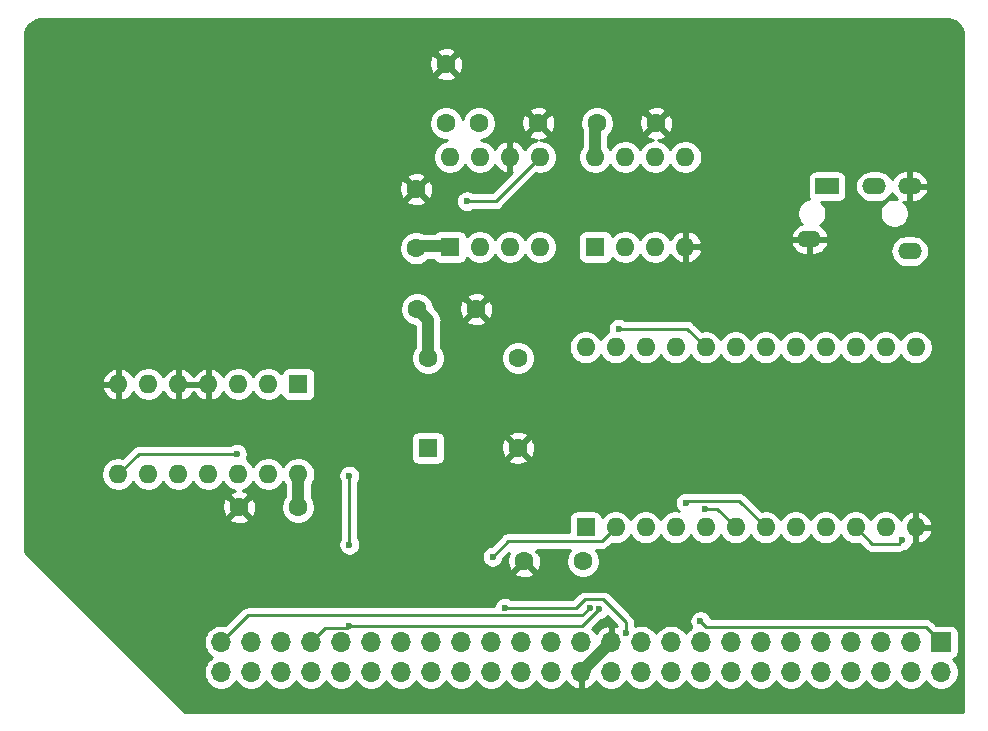
<source format=gbr>
%TF.GenerationSoftware,KiCad,Pcbnew,(5.1.10-1-10_14)*%
%TF.CreationDate,2021-10-31T18:53:11+01:00*%
%TF.ProjectId,opl2_board,6f706c32-5f62-46f6-9172-642e6b696361,rev?*%
%TF.SameCoordinates,Original*%
%TF.FileFunction,Copper,L2,Bot*%
%TF.FilePolarity,Positive*%
%FSLAX46Y46*%
G04 Gerber Fmt 4.6, Leading zero omitted, Abs format (unit mm)*
G04 Created by KiCad (PCBNEW (5.1.10-1-10_14)) date 2021-10-31 18:53:11*
%MOMM*%
%LPD*%
G01*
G04 APERTURE LIST*
%TA.AperFunction,ComponentPad*%
%ADD10O,2.000000X1.400000*%
%TD*%
%TA.AperFunction,ComponentPad*%
%ADD11R,2.000000X1.400000*%
%TD*%
%TA.AperFunction,ComponentPad*%
%ADD12C,1.600000*%
%TD*%
%TA.AperFunction,ComponentPad*%
%ADD13R,1.600000X1.600000*%
%TD*%
%TA.AperFunction,ComponentPad*%
%ADD14O,1.600000X1.600000*%
%TD*%
%TA.AperFunction,ComponentPad*%
%ADD15O,1.700000X1.700000*%
%TD*%
%TA.AperFunction,ComponentPad*%
%ADD16R,1.700000X1.700000*%
%TD*%
%TA.AperFunction,ViaPad*%
%ADD17C,0.600000*%
%TD*%
%TA.AperFunction,Conductor*%
%ADD18C,1.000000*%
%TD*%
%TA.AperFunction,Conductor*%
%ADD19C,0.250000*%
%TD*%
%TA.AperFunction,Conductor*%
%ADD20C,0.254000*%
%TD*%
%TA.AperFunction,Conductor*%
%ADD21C,0.100000*%
%TD*%
G04 APERTURE END LIST*
D10*
%TO.P,J2,R2*%
%TO.N,GND*%
X75580000Y45212000D03*
%TO.P,J2,R1*%
%TO.N,Net-(J2-PadR1)*%
X72580000Y45212000D03*
D11*
%TO.P,J2,T*%
X68580000Y45212000D03*
D10*
%TO.P,J2,S*%
%TO.N,GND*%
X67080000Y40712000D03*
%TO.P,J2,*%
%TO.N,*%
X75580000Y39712000D03*
%TD*%
D12*
%TO.P,C7,2*%
%TO.N,+5V*%
X47926000Y13462000D03*
%TO.P,C7,1*%
%TO.N,GND*%
X42926000Y13462000D03*
%TD*%
%TO.P,C6,2*%
%TO.N,+5V*%
X49102000Y50546000D03*
%TO.P,C6,1*%
%TO.N,GND*%
X54102000Y50546000D03*
%TD*%
%TO.P,C5,2*%
%TO.N,GND*%
X36322000Y55546000D03*
%TO.P,C5,1*%
%TO.N,Net-(C5-Pad1)*%
X36322000Y50546000D03*
%TD*%
%TO.P,C4,2*%
%TO.N,GND*%
X44116000Y50546000D03*
%TO.P,C4,1*%
%TO.N,Net-(C4-Pad1)*%
X39116000Y50546000D03*
%TD*%
%TO.P,C3,2*%
%TO.N,+5V*%
X23796000Y18034000D03*
%TO.P,C3,1*%
%TO.N,GND*%
X18796000Y18034000D03*
%TD*%
%TO.P,C2,2*%
%TO.N,+5V*%
X33862000Y34798000D03*
%TO.P,C2,1*%
%TO.N,GND*%
X38862000Y34798000D03*
%TD*%
%TO.P,C1,2*%
%TO.N,+5V*%
X33782000Y39958000D03*
%TO.P,C1,1*%
%TO.N,GND*%
X33782000Y44958000D03*
%TD*%
%TO.P,X1,4*%
%TO.N,GND*%
X42418000Y23050500D03*
%TO.P,X1,5*%
%TO.N,Net-(U2-Pad24)*%
X42418000Y30670500D03*
%TO.P,X1,8*%
%TO.N,+5V*%
X34798000Y30670500D03*
D13*
%TO.P,X1,1*%
%TO.N,Net-(X1-Pad1)*%
X34798000Y23050500D03*
%TD*%
D14*
%TO.P,U4,8*%
%TO.N,+5V*%
X48958500Y47688500D03*
%TO.P,U4,4*%
%TO.N,GND*%
X56578500Y40068500D03*
%TO.P,U4,7*%
%TO.N,Net-(C5-Pad1)*%
X51498500Y47688500D03*
%TO.P,U4,3*%
%TO.N,Net-(U3-Pad2)*%
X54038500Y40068500D03*
%TO.P,U4,6*%
%TO.N,Net-(C5-Pad1)*%
X54038500Y47688500D03*
%TO.P,U4,2*%
%TO.N,Net-(J2-PadR1)*%
X51498500Y40068500D03*
%TO.P,U4,5*%
%TO.N,Net-(C4-Pad1)*%
X56578500Y47688500D03*
D13*
%TO.P,U4,1*%
%TO.N,Net-(J2-PadR1)*%
X48958500Y40068500D03*
%TD*%
D14*
%TO.P,U3,8*%
%TO.N,Net-(C5-Pad1)*%
X36639500Y47688500D03*
%TO.P,U3,4*%
%TO.N,Net-(U2-Pad21)*%
X44259500Y40068500D03*
%TO.P,U3,7*%
%TO.N,Net-(C4-Pad1)*%
X39179500Y47688500D03*
%TO.P,U3,3*%
%TO.N,Net-(U2-Pad20)*%
X41719500Y40068500D03*
%TO.P,U3,6*%
%TO.N,GND*%
X41719500Y47688500D03*
%TO.P,U3,2*%
%TO.N,Net-(U3-Pad2)*%
X39179500Y40068500D03*
%TO.P,U3,5*%
%TO.N,Net-(U2-Pad23)*%
X44259500Y47688500D03*
D13*
%TO.P,U3,1*%
%TO.N,+5V*%
X36639500Y40068500D03*
%TD*%
D14*
%TO.P,U2,24*%
%TO.N,Net-(U2-Pad24)*%
X48133000Y31559500D03*
%TO.P,U2,12*%
%TO.N,GND*%
X76073000Y16319500D03*
%TO.P,U2,23*%
%TO.N,Net-(U2-Pad23)*%
X50673000Y31559500D03*
%TO.P,U2,11*%
%TO.N,D1*%
X73533000Y16319500D03*
%TO.P,U2,22*%
%TO.N,N/C*%
X53213000Y31559500D03*
%TO.P,U2,10*%
%TO.N,D0*%
X70993000Y16319500D03*
%TO.P,U2,21*%
%TO.N,Net-(U2-Pad21)*%
X55753000Y31559500D03*
%TO.P,U2,9*%
%TO.N,N/C*%
X68453000Y16319500D03*
%TO.P,U2,20*%
%TO.N,Net-(U2-Pad20)*%
X58293000Y31559500D03*
%TO.P,U2,8*%
%TO.N,N/C*%
X65913000Y16319500D03*
%TO.P,U2,19*%
X60833000Y31559500D03*
%TO.P,U2,7*%
%TO.N,Net-(U1-Pad8)*%
X63373000Y16319500D03*
%TO.P,U2,18*%
%TO.N,D7*%
X63373000Y31559500D03*
%TO.P,U2,6*%
%TO.N,Net-(U1-Pad3)*%
X60833000Y16319500D03*
%TO.P,U2,17*%
%TO.N,D6*%
X65913000Y31559500D03*
%TO.P,U2,5*%
%TO.N,R~W~*%
X58293000Y16319500D03*
%TO.P,U2,16*%
%TO.N,D5*%
X68453000Y31559500D03*
%TO.P,U2,4*%
%TO.N,A0*%
X55753000Y16319500D03*
%TO.P,U2,15*%
%TO.N,D4*%
X70993000Y31559500D03*
%TO.P,U2,3*%
%TO.N,~RESET~*%
X53213000Y16319500D03*
%TO.P,U2,14*%
%TO.N,D3*%
X73533000Y31559500D03*
%TO.P,U2,2*%
%TO.N,~SLOT_IRQ~*%
X50673000Y16319500D03*
%TO.P,U2,13*%
%TO.N,D2*%
X76073000Y31559500D03*
D13*
%TO.P,U2,1*%
%TO.N,+5V*%
X48133000Y16319500D03*
%TD*%
D14*
%TO.P,U1,14*%
%TO.N,+5V*%
X23812500Y20828000D03*
%TO.P,U1,7*%
%TO.N,GND*%
X8572500Y28448000D03*
%TO.P,U1,13*%
%TO.N,~SLOT_SEL~*%
X21272500Y20828000D03*
%TO.P,U1,6*%
%TO.N,Net-(U1-Pad6)*%
X11112500Y28448000D03*
%TO.P,U1,12*%
%TO.N,~SLOT_SEL~*%
X18732500Y20828000D03*
%TO.P,U1,5*%
%TO.N,GND*%
X13652500Y28448000D03*
%TO.P,U1,11*%
%TO.N,Net-(U1-Pad10)*%
X16192500Y20828000D03*
%TO.P,U1,4*%
%TO.N,GND*%
X16192500Y28448000D03*
%TO.P,U1,10*%
%TO.N,Net-(U1-Pad10)*%
X13652500Y20828000D03*
%TO.P,U1,3*%
%TO.N,Net-(U1-Pad3)*%
X18732500Y28448000D03*
%TO.P,U1,9*%
%TO.N,CLK*%
X11112500Y20828000D03*
%TO.P,U1,2*%
%TO.N,R~W~*%
X21272500Y28448000D03*
%TO.P,U1,8*%
%TO.N,Net-(U1-Pad8)*%
X8572500Y20828000D03*
D13*
%TO.P,U1,1*%
%TO.N,R~W~*%
X23812500Y28448000D03*
%TD*%
D15*
%TO.P,J1,50*%
%TO.N,~NMI~*%
X17272000Y4064000D03*
%TO.P,J1,49*%
%TO.N,~RESET~*%
X17272000Y6604000D03*
%TO.P,J1,48*%
%TO.N,~SLOT_IRQ~*%
X19812000Y4064000D03*
%TO.P,J1,47*%
%TO.N,SYNC*%
X19812000Y6604000D03*
%TO.P,J1,46*%
%TO.N,EX3*%
X22352000Y4064000D03*
%TO.P,J1,45*%
%TO.N,~IRQ~*%
X22352000Y6604000D03*
%TO.P,J1,44*%
%TO.N,EX2*%
X24892000Y4064000D03*
%TO.P,J1,43*%
%TO.N,R~W~*%
X24892000Y6604000D03*
%TO.P,J1,42*%
%TO.N,CLK_12M*%
X27432000Y4064000D03*
%TO.P,J1,41*%
%TO.N,CLK*%
X27432000Y6604000D03*
%TO.P,J1,40*%
%TO.N,LED4*%
X29972000Y4064000D03*
%TO.P,J1,39*%
%TO.N,BE*%
X29972000Y6604000D03*
%TO.P,J1,38*%
%TO.N,LED3*%
X32512000Y4064000D03*
%TO.P,J1,37*%
%TO.N,RDY*%
X32512000Y6604000D03*
%TO.P,J1,36*%
%TO.N,LED2*%
X35052000Y4064000D03*
%TO.P,J1,35*%
%TO.N,A15*%
X35052000Y6604000D03*
%TO.P,J1,34*%
%TO.N,LED1*%
X37592000Y4064000D03*
%TO.P,J1,33*%
%TO.N,A14*%
X37592000Y6604000D03*
%TO.P,J1,32*%
%TO.N,~SLOT_SEL~*%
X40132000Y4064000D03*
%TO.P,J1,31*%
%TO.N,A13*%
X40132000Y6604000D03*
%TO.P,J1,30*%
%TO.N,~INH~*%
X42672000Y4064000D03*
%TO.P,J1,29*%
%TO.N,A12*%
X42672000Y6604000D03*
%TO.P,J1,28*%
%TO.N,~SSEL~*%
X45212000Y4064000D03*
%TO.P,J1,27*%
%TO.N,A11*%
X45212000Y6604000D03*
%TO.P,J1,26*%
%TO.N,GND*%
X47752000Y4064000D03*
%TO.P,J1,25*%
%TO.N,+5V*%
X47752000Y6604000D03*
%TO.P,J1,24*%
X50292000Y4064000D03*
%TO.P,J1,23*%
%TO.N,GND*%
X50292000Y6604000D03*
%TO.P,J1,22*%
%TO.N,~SLOT_SEL~*%
X52832000Y4064000D03*
%TO.P,J1,21*%
%TO.N,A10*%
X52832000Y6604000D03*
%TO.P,J1,20*%
%TO.N,EX1*%
X55372000Y4064000D03*
%TO.P,J1,19*%
%TO.N,A9*%
X55372000Y6604000D03*
%TO.P,J1,18*%
%TO.N,EX0*%
X57912000Y4064000D03*
%TO.P,J1,17*%
%TO.N,A8*%
X57912000Y6604000D03*
%TO.P,J1,16*%
%TO.N,D7*%
X60452000Y4064000D03*
%TO.P,J1,15*%
%TO.N,A7*%
X60452000Y6604000D03*
%TO.P,J1,14*%
%TO.N,D6*%
X62992000Y4064000D03*
%TO.P,J1,13*%
%TO.N,A6*%
X62992000Y6604000D03*
%TO.P,J1,12*%
%TO.N,D5*%
X65532000Y4064000D03*
%TO.P,J1,11*%
%TO.N,A5*%
X65532000Y6604000D03*
%TO.P,J1,10*%
%TO.N,D4*%
X68072000Y4064000D03*
%TO.P,J1,9*%
%TO.N,A4*%
X68072000Y6604000D03*
%TO.P,J1,8*%
%TO.N,D3*%
X70612000Y4064000D03*
%TO.P,J1,7*%
%TO.N,A3*%
X70612000Y6604000D03*
%TO.P,J1,6*%
%TO.N,D2*%
X73152000Y4064000D03*
%TO.P,J1,5*%
%TO.N,A2*%
X73152000Y6604000D03*
%TO.P,J1,4*%
%TO.N,D1*%
X75692000Y4064000D03*
%TO.P,J1,3*%
%TO.N,A1*%
X75692000Y6604000D03*
%TO.P,J1,2*%
%TO.N,D0*%
X78232000Y4064000D03*
D16*
%TO.P,J1,1*%
%TO.N,A0*%
X78232000Y6604000D03*
%TD*%
D17*
%TO.N,D0*%
X74952011Y15239994D03*
%TO.N,A0*%
X57848500Y8382000D03*
%TO.N,~RESET~*%
X48482253Y9497922D03*
%TO.N,~SLOT_IRQ~*%
X40259000Y13843000D03*
%TO.N,R~W~*%
X28130500Y20701000D03*
X28067000Y7947935D03*
X28130500Y14868990D03*
X49276000Y9398000D03*
%TO.N,~SLOT_SEL~*%
X41307001Y9493501D03*
X51562000Y7366000D03*
%TO.N,Net-(U1-Pad3)*%
X58229500Y17907000D03*
%TO.N,Net-(U1-Pad8)*%
X18605500Y22542500D03*
X56642000Y18424990D03*
%TO.N,Net-(U2-Pad23)*%
X38100000Y43942000D03*
%TO.N,Net-(U2-Pad20)*%
X50927000Y33156990D03*
%TD*%
D18*
%TO.N,GND*%
X50292000Y6604000D02*
X47752000Y4064000D01*
%TO.N,+5V*%
X36603000Y40105000D02*
X36639500Y40068500D01*
X34353500Y40105000D02*
X36603000Y40105000D01*
X34798000Y33862000D02*
X34798000Y30670500D01*
X33862000Y34798000D02*
X34798000Y33862000D01*
X23812500Y18304500D02*
X23796000Y18288000D01*
X23812500Y20828000D02*
X23812500Y18304500D01*
X48931500Y50375500D02*
X49102000Y50546000D01*
X48931500Y47661500D02*
X48931500Y50375500D01*
D19*
%TO.N,D0*%
X70993000Y16319500D02*
X72372505Y14939995D01*
X72372505Y14939995D02*
X74652012Y14939995D01*
X74652012Y14939995D02*
X74952011Y15239994D01*
%TO.N,A0*%
X57848500Y8382000D02*
X57848500Y8382000D01*
X58356500Y7874000D02*
X57848500Y8382000D01*
X76962000Y7874000D02*
X58356500Y7874000D01*
X78232000Y6604000D02*
X76962000Y7874000D01*
%TO.N,~RESET~*%
X19536491Y8868491D02*
X47852822Y8868491D01*
X17272000Y6604000D02*
X19536491Y8868491D01*
X47852822Y8868491D02*
X48482253Y9497922D01*
%TO.N,~SLOT_IRQ~*%
X49530000Y15176500D02*
X50673000Y16319500D01*
X41592500Y15176500D02*
X49530000Y15176500D01*
X40259000Y13843000D02*
X41592500Y15176500D01*
%TO.N,R~W~*%
X24892000Y6604000D02*
X26108499Y7820499D01*
X27939564Y7820499D02*
X28067000Y7947935D01*
X26108499Y7820499D02*
X27939564Y7820499D01*
X28130500Y20701000D02*
X28130500Y14868990D01*
X28067000Y7947935D02*
X47825935Y7947935D01*
X47825935Y7947935D02*
X49276000Y9398000D01*
%TO.N,~SLOT_SEL~*%
X51562000Y8291002D02*
X51562000Y7366000D01*
X49634143Y10218859D02*
X51562000Y8291002D01*
X48064859Y10218859D02*
X49634143Y10218859D01*
X47339501Y9493501D02*
X48064859Y10218859D01*
X41307001Y9493501D02*
X47339501Y9493501D01*
%TO.N,Net-(U1-Pad3)*%
X60833000Y16319500D02*
X59245500Y17907000D01*
X59245500Y17907000D02*
X58229500Y17907000D01*
%TO.N,Net-(U1-Pad8)*%
X8572500Y20828000D02*
X10287000Y22542500D01*
X10287000Y22542500D02*
X18605500Y22542500D01*
X18605500Y22542500D02*
X18605500Y22542500D01*
X56759010Y18542000D02*
X56642000Y18424990D01*
X61150500Y18542000D02*
X56759010Y18542000D01*
X63373000Y16319500D02*
X61150500Y18542000D01*
%TO.N,Net-(U2-Pad23)*%
X44259500Y47688500D02*
X40513000Y43942000D01*
X40513000Y43942000D02*
X38100000Y43942000D01*
%TO.N,Net-(U2-Pad20)*%
X58293000Y31559500D02*
X56695510Y33156990D01*
X56695510Y33156990D02*
X50927000Y33156990D01*
%TD*%
D20*
%TO.N,GND*%
X2125353Y59386000D02*
X78646647Y59386000D01*
X78740956Y59395289D01*
X78903542Y59379347D01*
X79183018Y59294969D01*
X79440780Y59157915D01*
X79667015Y58973401D01*
X79853103Y58748460D01*
X79991956Y58491658D01*
X80078282Y58212781D01*
X80096365Y58040731D01*
X80087000Y57945646D01*
X80087001Y685000D01*
X14218381Y685000D01*
X8153121Y6750260D01*
X15787000Y6750260D01*
X15787000Y6457740D01*
X15844068Y6170842D01*
X15956010Y5900589D01*
X16118525Y5657368D01*
X16325368Y5450525D01*
X16499760Y5334000D01*
X16325368Y5217475D01*
X16118525Y5010632D01*
X15956010Y4767411D01*
X15844068Y4497158D01*
X15787000Y4210260D01*
X15787000Y3917740D01*
X15844068Y3630842D01*
X15956010Y3360589D01*
X16118525Y3117368D01*
X16325368Y2910525D01*
X16568589Y2748010D01*
X16838842Y2636068D01*
X17125740Y2579000D01*
X17418260Y2579000D01*
X17705158Y2636068D01*
X17975411Y2748010D01*
X18218632Y2910525D01*
X18425475Y3117368D01*
X18542000Y3291760D01*
X18658525Y3117368D01*
X18865368Y2910525D01*
X19108589Y2748010D01*
X19378842Y2636068D01*
X19665740Y2579000D01*
X19958260Y2579000D01*
X20245158Y2636068D01*
X20515411Y2748010D01*
X20758632Y2910525D01*
X20965475Y3117368D01*
X21082000Y3291760D01*
X21198525Y3117368D01*
X21405368Y2910525D01*
X21648589Y2748010D01*
X21918842Y2636068D01*
X22205740Y2579000D01*
X22498260Y2579000D01*
X22785158Y2636068D01*
X23055411Y2748010D01*
X23298632Y2910525D01*
X23505475Y3117368D01*
X23622000Y3291760D01*
X23738525Y3117368D01*
X23945368Y2910525D01*
X24188589Y2748010D01*
X24458842Y2636068D01*
X24745740Y2579000D01*
X25038260Y2579000D01*
X25325158Y2636068D01*
X25595411Y2748010D01*
X25838632Y2910525D01*
X26045475Y3117368D01*
X26162000Y3291760D01*
X26278525Y3117368D01*
X26485368Y2910525D01*
X26728589Y2748010D01*
X26998842Y2636068D01*
X27285740Y2579000D01*
X27578260Y2579000D01*
X27865158Y2636068D01*
X28135411Y2748010D01*
X28378632Y2910525D01*
X28585475Y3117368D01*
X28702000Y3291760D01*
X28818525Y3117368D01*
X29025368Y2910525D01*
X29268589Y2748010D01*
X29538842Y2636068D01*
X29825740Y2579000D01*
X30118260Y2579000D01*
X30405158Y2636068D01*
X30675411Y2748010D01*
X30918632Y2910525D01*
X31125475Y3117368D01*
X31242000Y3291760D01*
X31358525Y3117368D01*
X31565368Y2910525D01*
X31808589Y2748010D01*
X32078842Y2636068D01*
X32365740Y2579000D01*
X32658260Y2579000D01*
X32945158Y2636068D01*
X33215411Y2748010D01*
X33458632Y2910525D01*
X33665475Y3117368D01*
X33782000Y3291760D01*
X33898525Y3117368D01*
X34105368Y2910525D01*
X34348589Y2748010D01*
X34618842Y2636068D01*
X34905740Y2579000D01*
X35198260Y2579000D01*
X35485158Y2636068D01*
X35755411Y2748010D01*
X35998632Y2910525D01*
X36205475Y3117368D01*
X36322000Y3291760D01*
X36438525Y3117368D01*
X36645368Y2910525D01*
X36888589Y2748010D01*
X37158842Y2636068D01*
X37445740Y2579000D01*
X37738260Y2579000D01*
X38025158Y2636068D01*
X38295411Y2748010D01*
X38538632Y2910525D01*
X38745475Y3117368D01*
X38862000Y3291760D01*
X38978525Y3117368D01*
X39185368Y2910525D01*
X39428589Y2748010D01*
X39698842Y2636068D01*
X39985740Y2579000D01*
X40278260Y2579000D01*
X40565158Y2636068D01*
X40835411Y2748010D01*
X41078632Y2910525D01*
X41285475Y3117368D01*
X41402000Y3291760D01*
X41518525Y3117368D01*
X41725368Y2910525D01*
X41968589Y2748010D01*
X42238842Y2636068D01*
X42525740Y2579000D01*
X42818260Y2579000D01*
X43105158Y2636068D01*
X43375411Y2748010D01*
X43618632Y2910525D01*
X43825475Y3117368D01*
X43942000Y3291760D01*
X44058525Y3117368D01*
X44265368Y2910525D01*
X44508589Y2748010D01*
X44778842Y2636068D01*
X45065740Y2579000D01*
X45358260Y2579000D01*
X45645158Y2636068D01*
X45915411Y2748010D01*
X46158632Y2910525D01*
X46365475Y3117368D01*
X46487195Y3299534D01*
X46556822Y3182645D01*
X46751731Y2966412D01*
X46985080Y2792359D01*
X47247901Y2667175D01*
X47395110Y2622524D01*
X47625000Y2743845D01*
X47625000Y3937000D01*
X47605000Y3937000D01*
X47605000Y4191000D01*
X47625000Y4191000D01*
X47625000Y4211000D01*
X47879000Y4211000D01*
X47879000Y4191000D01*
X47899000Y4191000D01*
X47899000Y3937000D01*
X47879000Y3937000D01*
X47879000Y2743845D01*
X48108890Y2622524D01*
X48256099Y2667175D01*
X48518920Y2792359D01*
X48752269Y2966412D01*
X48947178Y3182645D01*
X49016805Y3299534D01*
X49138525Y3117368D01*
X49345368Y2910525D01*
X49588589Y2748010D01*
X49858842Y2636068D01*
X50145740Y2579000D01*
X50438260Y2579000D01*
X50725158Y2636068D01*
X50995411Y2748010D01*
X51238632Y2910525D01*
X51445475Y3117368D01*
X51562000Y3291760D01*
X51678525Y3117368D01*
X51885368Y2910525D01*
X52128589Y2748010D01*
X52398842Y2636068D01*
X52685740Y2579000D01*
X52978260Y2579000D01*
X53265158Y2636068D01*
X53535411Y2748010D01*
X53778632Y2910525D01*
X53985475Y3117368D01*
X54102000Y3291760D01*
X54218525Y3117368D01*
X54425368Y2910525D01*
X54668589Y2748010D01*
X54938842Y2636068D01*
X55225740Y2579000D01*
X55518260Y2579000D01*
X55805158Y2636068D01*
X56075411Y2748010D01*
X56318632Y2910525D01*
X56525475Y3117368D01*
X56642000Y3291760D01*
X56758525Y3117368D01*
X56965368Y2910525D01*
X57208589Y2748010D01*
X57478842Y2636068D01*
X57765740Y2579000D01*
X58058260Y2579000D01*
X58345158Y2636068D01*
X58615411Y2748010D01*
X58858632Y2910525D01*
X59065475Y3117368D01*
X59182000Y3291760D01*
X59298525Y3117368D01*
X59505368Y2910525D01*
X59748589Y2748010D01*
X60018842Y2636068D01*
X60305740Y2579000D01*
X60598260Y2579000D01*
X60885158Y2636068D01*
X61155411Y2748010D01*
X61398632Y2910525D01*
X61605475Y3117368D01*
X61722000Y3291760D01*
X61838525Y3117368D01*
X62045368Y2910525D01*
X62288589Y2748010D01*
X62558842Y2636068D01*
X62845740Y2579000D01*
X63138260Y2579000D01*
X63425158Y2636068D01*
X63695411Y2748010D01*
X63938632Y2910525D01*
X64145475Y3117368D01*
X64262000Y3291760D01*
X64378525Y3117368D01*
X64585368Y2910525D01*
X64828589Y2748010D01*
X65098842Y2636068D01*
X65385740Y2579000D01*
X65678260Y2579000D01*
X65965158Y2636068D01*
X66235411Y2748010D01*
X66478632Y2910525D01*
X66685475Y3117368D01*
X66802000Y3291760D01*
X66918525Y3117368D01*
X67125368Y2910525D01*
X67368589Y2748010D01*
X67638842Y2636068D01*
X67925740Y2579000D01*
X68218260Y2579000D01*
X68505158Y2636068D01*
X68775411Y2748010D01*
X69018632Y2910525D01*
X69225475Y3117368D01*
X69342000Y3291760D01*
X69458525Y3117368D01*
X69665368Y2910525D01*
X69908589Y2748010D01*
X70178842Y2636068D01*
X70465740Y2579000D01*
X70758260Y2579000D01*
X71045158Y2636068D01*
X71315411Y2748010D01*
X71558632Y2910525D01*
X71765475Y3117368D01*
X71882000Y3291760D01*
X71998525Y3117368D01*
X72205368Y2910525D01*
X72448589Y2748010D01*
X72718842Y2636068D01*
X73005740Y2579000D01*
X73298260Y2579000D01*
X73585158Y2636068D01*
X73855411Y2748010D01*
X74098632Y2910525D01*
X74305475Y3117368D01*
X74422000Y3291760D01*
X74538525Y3117368D01*
X74745368Y2910525D01*
X74988589Y2748010D01*
X75258842Y2636068D01*
X75545740Y2579000D01*
X75838260Y2579000D01*
X76125158Y2636068D01*
X76395411Y2748010D01*
X76638632Y2910525D01*
X76845475Y3117368D01*
X76962000Y3291760D01*
X77078525Y3117368D01*
X77285368Y2910525D01*
X77528589Y2748010D01*
X77798842Y2636068D01*
X78085740Y2579000D01*
X78378260Y2579000D01*
X78665158Y2636068D01*
X78935411Y2748010D01*
X79178632Y2910525D01*
X79385475Y3117368D01*
X79547990Y3360589D01*
X79659932Y3630842D01*
X79717000Y3917740D01*
X79717000Y4210260D01*
X79659932Y4497158D01*
X79547990Y4767411D01*
X79385475Y5010632D01*
X79253620Y5142487D01*
X79326180Y5164498D01*
X79436494Y5223463D01*
X79533185Y5302815D01*
X79612537Y5399506D01*
X79671502Y5509820D01*
X79707812Y5629518D01*
X79720072Y5754000D01*
X79720072Y7454000D01*
X79707812Y7578482D01*
X79671502Y7698180D01*
X79612537Y7808494D01*
X79533185Y7905185D01*
X79436494Y7984537D01*
X79326180Y8043502D01*
X79206482Y8079812D01*
X79082000Y8092072D01*
X77818729Y8092072D01*
X77525804Y8384997D01*
X77502001Y8414001D01*
X77386276Y8508974D01*
X77254247Y8579546D01*
X77110986Y8623003D01*
X76999333Y8634000D01*
X76999322Y8634000D01*
X76962000Y8637676D01*
X76924678Y8634000D01*
X58751691Y8634000D01*
X58747568Y8654729D01*
X58677086Y8824889D01*
X58574762Y8978028D01*
X58444528Y9108262D01*
X58291389Y9210586D01*
X58121229Y9281068D01*
X57940589Y9317000D01*
X57756411Y9317000D01*
X57575771Y9281068D01*
X57405611Y9210586D01*
X57252472Y9108262D01*
X57122238Y8978028D01*
X57019914Y8824889D01*
X56949432Y8654729D01*
X56913500Y8474089D01*
X56913500Y8289911D01*
X56949432Y8109271D01*
X57019914Y7939111D01*
X57086983Y7838735D01*
X56965368Y7757475D01*
X56758525Y7550632D01*
X56642000Y7376240D01*
X56525475Y7550632D01*
X56318632Y7757475D01*
X56075411Y7919990D01*
X55805158Y8031932D01*
X55518260Y8089000D01*
X55225740Y8089000D01*
X54938842Y8031932D01*
X54668589Y7919990D01*
X54425368Y7757475D01*
X54218525Y7550632D01*
X54102000Y7376240D01*
X53985475Y7550632D01*
X53778632Y7757475D01*
X53535411Y7919990D01*
X53265158Y8031932D01*
X52978260Y8089000D01*
X52685740Y8089000D01*
X52398842Y8031932D01*
X52322000Y8000103D01*
X52322000Y8253669D01*
X52325677Y8291002D01*
X52311003Y8439988D01*
X52267546Y8583249D01*
X52196974Y8715278D01*
X52154331Y8767239D01*
X52102001Y8831003D01*
X52073004Y8854800D01*
X50197947Y10729856D01*
X50174144Y10758860D01*
X50058419Y10853833D01*
X49926390Y10924405D01*
X49783129Y10967862D01*
X49671476Y10978859D01*
X49671465Y10978859D01*
X49634143Y10982535D01*
X49596821Y10978859D01*
X48102181Y10978859D01*
X48064858Y10982535D01*
X48027535Y10978859D01*
X48027526Y10978859D01*
X47915873Y10967862D01*
X47772612Y10924405D01*
X47640582Y10853833D01*
X47556942Y10785191D01*
X47524858Y10758860D01*
X47501060Y10729861D01*
X47024700Y10253501D01*
X41852536Y10253501D01*
X41749890Y10322087D01*
X41579730Y10392569D01*
X41399090Y10428501D01*
X41214912Y10428501D01*
X41034272Y10392569D01*
X40864112Y10322087D01*
X40710973Y10219763D01*
X40580739Y10089529D01*
X40478415Y9936390D01*
X40407933Y9766230D01*
X40380535Y9628491D01*
X19573814Y9628491D01*
X19536491Y9632167D01*
X19499168Y9628491D01*
X19499158Y9628491D01*
X19387505Y9617494D01*
X19244244Y9574037D01*
X19112214Y9503465D01*
X19071262Y9469856D01*
X18996490Y9408492D01*
X18972692Y9379494D01*
X17638408Y8045209D01*
X17418260Y8089000D01*
X17125740Y8089000D01*
X16838842Y8031932D01*
X16568589Y7919990D01*
X16325368Y7757475D01*
X16118525Y7550632D01*
X15956010Y7307411D01*
X15844068Y7037158D01*
X15787000Y6750260D01*
X8153121Y6750260D01*
X2434083Y12469298D01*
X42112903Y12469298D01*
X42184486Y12225329D01*
X42439996Y12104429D01*
X42714184Y12035700D01*
X42996512Y12021783D01*
X43276130Y12063213D01*
X43542292Y12158397D01*
X43667514Y12225329D01*
X43739097Y12469298D01*
X42926000Y13282395D01*
X42112903Y12469298D01*
X2434083Y12469298D01*
X685000Y14218380D01*
X685000Y17041298D01*
X17982903Y17041298D01*
X18054486Y16797329D01*
X18309996Y16676429D01*
X18584184Y16607700D01*
X18866512Y16593783D01*
X19146130Y16635213D01*
X19412292Y16730397D01*
X19537514Y16797329D01*
X19609097Y17041298D01*
X18796000Y17854395D01*
X17982903Y17041298D01*
X685000Y17041298D01*
X685000Y17963488D01*
X17355783Y17963488D01*
X17397213Y17683870D01*
X17492397Y17417708D01*
X17559329Y17292486D01*
X17803298Y17220903D01*
X18616395Y18034000D01*
X18975605Y18034000D01*
X19788702Y17220903D01*
X20032671Y17292486D01*
X20153571Y17547996D01*
X20222300Y17822184D01*
X20236217Y18104512D01*
X20194787Y18384130D01*
X20099603Y18650292D01*
X20032671Y18775514D01*
X19788702Y18847097D01*
X18975605Y18034000D01*
X18616395Y18034000D01*
X17803298Y18847097D01*
X17559329Y18775514D01*
X17438429Y18520004D01*
X17369700Y18245816D01*
X17355783Y17963488D01*
X685000Y17963488D01*
X685000Y20969335D01*
X7137500Y20969335D01*
X7137500Y20686665D01*
X7192647Y20409426D01*
X7300820Y20148273D01*
X7457863Y19913241D01*
X7657741Y19713363D01*
X7892773Y19556320D01*
X8153926Y19448147D01*
X8431165Y19393000D01*
X8713835Y19393000D01*
X8991074Y19448147D01*
X9252227Y19556320D01*
X9487259Y19713363D01*
X9687137Y19913241D01*
X9842500Y20145759D01*
X9997863Y19913241D01*
X10197741Y19713363D01*
X10432773Y19556320D01*
X10693926Y19448147D01*
X10971165Y19393000D01*
X11253835Y19393000D01*
X11531074Y19448147D01*
X11792227Y19556320D01*
X12027259Y19713363D01*
X12227137Y19913241D01*
X12382500Y20145759D01*
X12537863Y19913241D01*
X12737741Y19713363D01*
X12972773Y19556320D01*
X13233926Y19448147D01*
X13511165Y19393000D01*
X13793835Y19393000D01*
X14071074Y19448147D01*
X14332227Y19556320D01*
X14567259Y19713363D01*
X14767137Y19913241D01*
X14922500Y20145759D01*
X15077863Y19913241D01*
X15277741Y19713363D01*
X15512773Y19556320D01*
X15773926Y19448147D01*
X16051165Y19393000D01*
X16333835Y19393000D01*
X16611074Y19448147D01*
X16872227Y19556320D01*
X17107259Y19713363D01*
X17307137Y19913241D01*
X17462500Y20145759D01*
X17617863Y19913241D01*
X17817741Y19713363D01*
X18052773Y19556320D01*
X18313926Y19448147D01*
X18426310Y19425792D01*
X18179708Y19337603D01*
X18054486Y19270671D01*
X17982903Y19026702D01*
X18796000Y18213605D01*
X19609097Y19026702D01*
X19537514Y19270671D01*
X19282004Y19391571D01*
X19098232Y19437636D01*
X19151074Y19448147D01*
X19412227Y19556320D01*
X19647259Y19713363D01*
X19847137Y19913241D01*
X20002500Y20145759D01*
X20157863Y19913241D01*
X20357741Y19713363D01*
X20592773Y19556320D01*
X20853926Y19448147D01*
X21131165Y19393000D01*
X21413835Y19393000D01*
X21691074Y19448147D01*
X21952227Y19556320D01*
X22187259Y19713363D01*
X22387137Y19913241D01*
X22542500Y20145759D01*
X22677500Y19943716D01*
X22677501Y18942979D01*
X22524320Y18713727D01*
X22416147Y18452574D01*
X22361000Y18175335D01*
X22361000Y17892665D01*
X22416147Y17615426D01*
X22524320Y17354273D01*
X22681363Y17119241D01*
X22881241Y16919363D01*
X23116273Y16762320D01*
X23377426Y16654147D01*
X23654665Y16599000D01*
X23937335Y16599000D01*
X24214574Y16654147D01*
X24475727Y16762320D01*
X24710759Y16919363D01*
X24910637Y17119241D01*
X25067680Y17354273D01*
X25175853Y17615426D01*
X25231000Y17892665D01*
X25231000Y18175335D01*
X25175853Y18452574D01*
X25067680Y18713727D01*
X24947500Y18893589D01*
X24947500Y19943716D01*
X25084180Y20148273D01*
X25192353Y20409426D01*
X25247500Y20686665D01*
X25247500Y20793089D01*
X27195500Y20793089D01*
X27195500Y20608911D01*
X27231432Y20428271D01*
X27301914Y20258111D01*
X27370500Y20155464D01*
X27370501Y15414527D01*
X27301914Y15311879D01*
X27231432Y15141719D01*
X27195500Y14961079D01*
X27195500Y14776901D01*
X27231432Y14596261D01*
X27301914Y14426101D01*
X27404238Y14272962D01*
X27534472Y14142728D01*
X27687611Y14040404D01*
X27857771Y13969922D01*
X28038411Y13933990D01*
X28222589Y13933990D01*
X28228113Y13935089D01*
X39324000Y13935089D01*
X39324000Y13750911D01*
X39359932Y13570271D01*
X39430414Y13400111D01*
X39532738Y13246972D01*
X39662972Y13116738D01*
X39816111Y13014414D01*
X39986271Y12943932D01*
X40166911Y12908000D01*
X40351089Y12908000D01*
X40531729Y12943932D01*
X40701889Y13014414D01*
X40855028Y13116738D01*
X40985262Y13246972D01*
X41087586Y13400111D01*
X41158068Y13570271D01*
X41182153Y13691351D01*
X41684850Y14194049D01*
X41568429Y13948004D01*
X41499700Y13673816D01*
X41485783Y13391488D01*
X41527213Y13111870D01*
X41622397Y12845708D01*
X41689329Y12720486D01*
X41933298Y12648903D01*
X42746395Y13462000D01*
X42732253Y13476143D01*
X42911858Y13655748D01*
X42926000Y13641605D01*
X42940143Y13655748D01*
X43119748Y13476143D01*
X43105605Y13462000D01*
X43918702Y12648903D01*
X44162671Y12720486D01*
X44283571Y12975996D01*
X44352300Y13250184D01*
X44366217Y13532512D01*
X44324787Y13812130D01*
X44229603Y14078292D01*
X44162671Y14203514D01*
X43918704Y14275097D01*
X44034977Y14391370D01*
X44009847Y14416500D01*
X46851104Y14416500D01*
X46811363Y14376759D01*
X46654320Y14141727D01*
X46546147Y13880574D01*
X46491000Y13603335D01*
X46491000Y13320665D01*
X46546147Y13043426D01*
X46654320Y12782273D01*
X46811363Y12547241D01*
X47011241Y12347363D01*
X47246273Y12190320D01*
X47507426Y12082147D01*
X47784665Y12027000D01*
X48067335Y12027000D01*
X48344574Y12082147D01*
X48605727Y12190320D01*
X48840759Y12347363D01*
X49040637Y12547241D01*
X49197680Y12782273D01*
X49305853Y13043426D01*
X49361000Y13320665D01*
X49361000Y13603335D01*
X49305853Y13880574D01*
X49197680Y14141727D01*
X49040637Y14376759D01*
X49000896Y14416500D01*
X49492678Y14416500D01*
X49530000Y14412824D01*
X49567322Y14416500D01*
X49567333Y14416500D01*
X49678986Y14427497D01*
X49822247Y14470954D01*
X49954276Y14541526D01*
X50070001Y14636499D01*
X50093804Y14665502D01*
X50349113Y14920812D01*
X50531665Y14884500D01*
X50814335Y14884500D01*
X51091574Y14939647D01*
X51352727Y15047820D01*
X51587759Y15204863D01*
X51787637Y15404741D01*
X51943000Y15637259D01*
X52098363Y15404741D01*
X52298241Y15204863D01*
X52533273Y15047820D01*
X52794426Y14939647D01*
X53071665Y14884500D01*
X53354335Y14884500D01*
X53631574Y14939647D01*
X53892727Y15047820D01*
X54127759Y15204863D01*
X54327637Y15404741D01*
X54483000Y15637259D01*
X54638363Y15404741D01*
X54838241Y15204863D01*
X55073273Y15047820D01*
X55334426Y14939647D01*
X55611665Y14884500D01*
X55894335Y14884500D01*
X56171574Y14939647D01*
X56432727Y15047820D01*
X56667759Y15204863D01*
X56867637Y15404741D01*
X57023000Y15637259D01*
X57178363Y15404741D01*
X57378241Y15204863D01*
X57613273Y15047820D01*
X57874426Y14939647D01*
X58151665Y14884500D01*
X58434335Y14884500D01*
X58711574Y14939647D01*
X58972727Y15047820D01*
X59207759Y15204863D01*
X59407637Y15404741D01*
X59563000Y15637259D01*
X59718363Y15404741D01*
X59918241Y15204863D01*
X60153273Y15047820D01*
X60414426Y14939647D01*
X60691665Y14884500D01*
X60974335Y14884500D01*
X61251574Y14939647D01*
X61512727Y15047820D01*
X61747759Y15204863D01*
X61947637Y15404741D01*
X62103000Y15637259D01*
X62258363Y15404741D01*
X62458241Y15204863D01*
X62693273Y15047820D01*
X62954426Y14939647D01*
X63231665Y14884500D01*
X63514335Y14884500D01*
X63791574Y14939647D01*
X64052727Y15047820D01*
X64287759Y15204863D01*
X64487637Y15404741D01*
X64643000Y15637259D01*
X64798363Y15404741D01*
X64998241Y15204863D01*
X65233273Y15047820D01*
X65494426Y14939647D01*
X65771665Y14884500D01*
X66054335Y14884500D01*
X66331574Y14939647D01*
X66592727Y15047820D01*
X66827759Y15204863D01*
X67027637Y15404741D01*
X67183000Y15637259D01*
X67338363Y15404741D01*
X67538241Y15204863D01*
X67773273Y15047820D01*
X68034426Y14939647D01*
X68311665Y14884500D01*
X68594335Y14884500D01*
X68871574Y14939647D01*
X69132727Y15047820D01*
X69367759Y15204863D01*
X69567637Y15404741D01*
X69723000Y15637259D01*
X69878363Y15404741D01*
X70078241Y15204863D01*
X70313273Y15047820D01*
X70574426Y14939647D01*
X70851665Y14884500D01*
X71134335Y14884500D01*
X71316886Y14920812D01*
X71808706Y14428992D01*
X71832504Y14399994D01*
X71948229Y14305021D01*
X72080258Y14234449D01*
X72223519Y14190992D01*
X72335172Y14179995D01*
X72335180Y14179995D01*
X72372505Y14176319D01*
X72409830Y14179995D01*
X74614690Y14179995D01*
X74652012Y14176319D01*
X74689334Y14179995D01*
X74689345Y14179995D01*
X74800998Y14190992D01*
X74944259Y14234449D01*
X75076288Y14305021D01*
X75086542Y14313436D01*
X75224740Y14340926D01*
X75394900Y14411408D01*
X75548039Y14513732D01*
X75678273Y14643966D01*
X75780597Y14797105D01*
X75851079Y14967265D01*
X75857817Y15001137D01*
X75946000Y15049585D01*
X75946000Y16192500D01*
X76200000Y16192500D01*
X76200000Y15049585D01*
X76422039Y14927596D01*
X76556087Y14968254D01*
X76810420Y15088463D01*
X77036414Y15255981D01*
X77225385Y15464369D01*
X77370070Y15705619D01*
X77464909Y15970460D01*
X77343624Y16192500D01*
X76200000Y16192500D01*
X75946000Y16192500D01*
X75926000Y16192500D01*
X75926000Y16446500D01*
X75946000Y16446500D01*
X75946000Y17589415D01*
X76200000Y17589415D01*
X76200000Y16446500D01*
X77343624Y16446500D01*
X77464909Y16668540D01*
X77370070Y16933381D01*
X77225385Y17174631D01*
X77036414Y17383019D01*
X76810420Y17550537D01*
X76556087Y17670746D01*
X76422039Y17711404D01*
X76200000Y17589415D01*
X75946000Y17589415D01*
X75723961Y17711404D01*
X75589913Y17670746D01*
X75335580Y17550537D01*
X75109586Y17383019D01*
X74920615Y17174631D01*
X74809067Y16988635D01*
X74804680Y16999227D01*
X74647637Y17234259D01*
X74447759Y17434137D01*
X74212727Y17591180D01*
X73951574Y17699353D01*
X73674335Y17754500D01*
X73391665Y17754500D01*
X73114426Y17699353D01*
X72853273Y17591180D01*
X72618241Y17434137D01*
X72418363Y17234259D01*
X72263000Y17001741D01*
X72107637Y17234259D01*
X71907759Y17434137D01*
X71672727Y17591180D01*
X71411574Y17699353D01*
X71134335Y17754500D01*
X70851665Y17754500D01*
X70574426Y17699353D01*
X70313273Y17591180D01*
X70078241Y17434137D01*
X69878363Y17234259D01*
X69723000Y17001741D01*
X69567637Y17234259D01*
X69367759Y17434137D01*
X69132727Y17591180D01*
X68871574Y17699353D01*
X68594335Y17754500D01*
X68311665Y17754500D01*
X68034426Y17699353D01*
X67773273Y17591180D01*
X67538241Y17434137D01*
X67338363Y17234259D01*
X67183000Y17001741D01*
X67027637Y17234259D01*
X66827759Y17434137D01*
X66592727Y17591180D01*
X66331574Y17699353D01*
X66054335Y17754500D01*
X65771665Y17754500D01*
X65494426Y17699353D01*
X65233273Y17591180D01*
X64998241Y17434137D01*
X64798363Y17234259D01*
X64643000Y17001741D01*
X64487637Y17234259D01*
X64287759Y17434137D01*
X64052727Y17591180D01*
X63791574Y17699353D01*
X63514335Y17754500D01*
X63231665Y17754500D01*
X63049114Y17718188D01*
X61714304Y19052997D01*
X61690501Y19082001D01*
X61574776Y19176974D01*
X61442747Y19247546D01*
X61299486Y19291003D01*
X61187833Y19302000D01*
X61187822Y19302000D01*
X61150500Y19305676D01*
X61113178Y19302000D01*
X56967982Y19302000D01*
X56914729Y19324058D01*
X56734089Y19359990D01*
X56549911Y19359990D01*
X56369271Y19324058D01*
X56199111Y19253576D01*
X56045972Y19151252D01*
X55915738Y19021018D01*
X55813414Y18867879D01*
X55742932Y18697719D01*
X55707000Y18517079D01*
X55707000Y18332901D01*
X55742932Y18152261D01*
X55813414Y17982101D01*
X55915738Y17828962D01*
X56014004Y17730696D01*
X55894335Y17754500D01*
X55611665Y17754500D01*
X55334426Y17699353D01*
X55073273Y17591180D01*
X54838241Y17434137D01*
X54638363Y17234259D01*
X54483000Y17001741D01*
X54327637Y17234259D01*
X54127759Y17434137D01*
X53892727Y17591180D01*
X53631574Y17699353D01*
X53354335Y17754500D01*
X53071665Y17754500D01*
X52794426Y17699353D01*
X52533273Y17591180D01*
X52298241Y17434137D01*
X52098363Y17234259D01*
X51943000Y17001741D01*
X51787637Y17234259D01*
X51587759Y17434137D01*
X51352727Y17591180D01*
X51091574Y17699353D01*
X50814335Y17754500D01*
X50531665Y17754500D01*
X50254426Y17699353D01*
X49993273Y17591180D01*
X49758241Y17434137D01*
X49559643Y17235539D01*
X49558812Y17243982D01*
X49522502Y17363680D01*
X49463537Y17473994D01*
X49384185Y17570685D01*
X49287494Y17650037D01*
X49177180Y17709002D01*
X49057482Y17745312D01*
X48933000Y17757572D01*
X47333000Y17757572D01*
X47208518Y17745312D01*
X47088820Y17709002D01*
X46978506Y17650037D01*
X46881815Y17570685D01*
X46802463Y17473994D01*
X46743498Y17363680D01*
X46707188Y17243982D01*
X46694928Y17119500D01*
X46694928Y15936500D01*
X41629825Y15936500D01*
X41592500Y15940176D01*
X41555175Y15936500D01*
X41555167Y15936500D01*
X41443514Y15925503D01*
X41300253Y15882046D01*
X41168224Y15811474D01*
X41052499Y15716501D01*
X41028701Y15687503D01*
X40107351Y14766153D01*
X39986271Y14742068D01*
X39816111Y14671586D01*
X39662972Y14569262D01*
X39532738Y14439028D01*
X39430414Y14285889D01*
X39359932Y14115729D01*
X39324000Y13935089D01*
X28228113Y13935089D01*
X28403229Y13969922D01*
X28573389Y14040404D01*
X28726528Y14142728D01*
X28856762Y14272962D01*
X28959086Y14426101D01*
X29029568Y14596261D01*
X29065500Y14776901D01*
X29065500Y14961079D01*
X29029568Y15141719D01*
X28959086Y15311879D01*
X28890500Y15414525D01*
X28890500Y20155465D01*
X28959086Y20258111D01*
X29029568Y20428271D01*
X29065500Y20608911D01*
X29065500Y20793089D01*
X29029568Y20973729D01*
X28959086Y21143889D01*
X28856762Y21297028D01*
X28726528Y21427262D01*
X28573389Y21529586D01*
X28403229Y21600068D01*
X28222589Y21636000D01*
X28038411Y21636000D01*
X27857771Y21600068D01*
X27687611Y21529586D01*
X27534472Y21427262D01*
X27404238Y21297028D01*
X27301914Y21143889D01*
X27231432Y20973729D01*
X27195500Y20793089D01*
X25247500Y20793089D01*
X25247500Y20969335D01*
X25192353Y21246574D01*
X25084180Y21507727D01*
X24927137Y21742759D01*
X24727259Y21942637D01*
X24492227Y22099680D01*
X24231074Y22207853D01*
X23953835Y22263000D01*
X23671165Y22263000D01*
X23393926Y22207853D01*
X23132773Y22099680D01*
X22897741Y21942637D01*
X22697863Y21742759D01*
X22542500Y21510241D01*
X22387137Y21742759D01*
X22187259Y21942637D01*
X21952227Y22099680D01*
X21691074Y22207853D01*
X21413835Y22263000D01*
X21131165Y22263000D01*
X20853926Y22207853D01*
X20592773Y22099680D01*
X20357741Y21942637D01*
X20157863Y21742759D01*
X20002500Y21510241D01*
X19847137Y21742759D01*
X19647259Y21942637D01*
X19427371Y22089561D01*
X19434086Y22099611D01*
X19504568Y22269771D01*
X19540500Y22450411D01*
X19540500Y22634589D01*
X19504568Y22815229D01*
X19434086Y22985389D01*
X19331762Y23138528D01*
X19201528Y23268762D01*
X19048389Y23371086D01*
X18878229Y23441568D01*
X18697589Y23477500D01*
X18513411Y23477500D01*
X18332771Y23441568D01*
X18162611Y23371086D01*
X18059965Y23302500D01*
X10324322Y23302500D01*
X10286999Y23306176D01*
X10249676Y23302500D01*
X10249667Y23302500D01*
X10138014Y23291503D01*
X10041796Y23262316D01*
X9994753Y23248046D01*
X9862723Y23177474D01*
X9815268Y23138528D01*
X9746999Y23082501D01*
X9723201Y23053503D01*
X8896386Y22226688D01*
X8713835Y22263000D01*
X8431165Y22263000D01*
X8153926Y22207853D01*
X7892773Y22099680D01*
X7657741Y21942637D01*
X7457863Y21742759D01*
X7300820Y21507727D01*
X7192647Y21246574D01*
X7137500Y20969335D01*
X685000Y20969335D01*
X685000Y23850500D01*
X33359928Y23850500D01*
X33359928Y22250500D01*
X33372188Y22126018D01*
X33408498Y22006320D01*
X33467463Y21896006D01*
X33546815Y21799315D01*
X33643506Y21719963D01*
X33753820Y21660998D01*
X33873518Y21624688D01*
X33998000Y21612428D01*
X35598000Y21612428D01*
X35722482Y21624688D01*
X35842180Y21660998D01*
X35952494Y21719963D01*
X36049185Y21799315D01*
X36128537Y21896006D01*
X36187502Y22006320D01*
X36203117Y22057798D01*
X41604903Y22057798D01*
X41676486Y21813829D01*
X41931996Y21692929D01*
X42206184Y21624200D01*
X42488512Y21610283D01*
X42768130Y21651713D01*
X43034292Y21746897D01*
X43159514Y21813829D01*
X43231097Y22057798D01*
X42418000Y22870895D01*
X41604903Y22057798D01*
X36203117Y22057798D01*
X36223812Y22126018D01*
X36236072Y22250500D01*
X36236072Y22979988D01*
X40977783Y22979988D01*
X41019213Y22700370D01*
X41114397Y22434208D01*
X41181329Y22308986D01*
X41425298Y22237403D01*
X42238395Y23050500D01*
X42597605Y23050500D01*
X43410702Y22237403D01*
X43654671Y22308986D01*
X43775571Y22564496D01*
X43844300Y22838684D01*
X43858217Y23121012D01*
X43816787Y23400630D01*
X43721603Y23666792D01*
X43654671Y23792014D01*
X43410702Y23863597D01*
X42597605Y23050500D01*
X42238395Y23050500D01*
X41425298Y23863597D01*
X41181329Y23792014D01*
X41060429Y23536504D01*
X40991700Y23262316D01*
X40977783Y22979988D01*
X36236072Y22979988D01*
X36236072Y23850500D01*
X36223812Y23974982D01*
X36203118Y24043202D01*
X41604903Y24043202D01*
X42418000Y23230105D01*
X43231097Y24043202D01*
X43159514Y24287171D01*
X42904004Y24408071D01*
X42629816Y24476800D01*
X42347488Y24490717D01*
X42067870Y24449287D01*
X41801708Y24354103D01*
X41676486Y24287171D01*
X41604903Y24043202D01*
X36203118Y24043202D01*
X36187502Y24094680D01*
X36128537Y24204994D01*
X36049185Y24301685D01*
X35952494Y24381037D01*
X35842180Y24440002D01*
X35722482Y24476312D01*
X35598000Y24488572D01*
X33998000Y24488572D01*
X33873518Y24476312D01*
X33753820Y24440002D01*
X33643506Y24381037D01*
X33546815Y24301685D01*
X33467463Y24204994D01*
X33408498Y24094680D01*
X33372188Y23974982D01*
X33359928Y23850500D01*
X685000Y23850500D01*
X685000Y28098960D01*
X7180591Y28098960D01*
X7275430Y27834119D01*
X7420115Y27592869D01*
X7609086Y27384481D01*
X7835080Y27216963D01*
X8089413Y27096754D01*
X8223461Y27056096D01*
X8445500Y27178085D01*
X8445500Y28321000D01*
X7301876Y28321000D01*
X7180591Y28098960D01*
X685000Y28098960D01*
X685000Y28797040D01*
X7180591Y28797040D01*
X7301876Y28575000D01*
X8445500Y28575000D01*
X8445500Y29717915D01*
X8699500Y29717915D01*
X8699500Y28575000D01*
X8719500Y28575000D01*
X8719500Y28321000D01*
X8699500Y28321000D01*
X8699500Y27178085D01*
X8921539Y27056096D01*
X9055587Y27096754D01*
X9309920Y27216963D01*
X9535914Y27384481D01*
X9724885Y27592869D01*
X9836433Y27778865D01*
X9840820Y27768273D01*
X9997863Y27533241D01*
X10197741Y27333363D01*
X10432773Y27176320D01*
X10693926Y27068147D01*
X10971165Y27013000D01*
X11253835Y27013000D01*
X11531074Y27068147D01*
X11792227Y27176320D01*
X12027259Y27333363D01*
X12227137Y27533241D01*
X12384180Y27768273D01*
X12388567Y27778865D01*
X12500115Y27592869D01*
X12689086Y27384481D01*
X12915080Y27216963D01*
X13169413Y27096754D01*
X13303461Y27056096D01*
X13525500Y27178085D01*
X13525500Y28321000D01*
X13779500Y28321000D01*
X13779500Y27178085D01*
X14001539Y27056096D01*
X14135587Y27096754D01*
X14389920Y27216963D01*
X14615914Y27384481D01*
X14804885Y27592869D01*
X14922500Y27788982D01*
X15040115Y27592869D01*
X15229086Y27384481D01*
X15455080Y27216963D01*
X15709413Y27096754D01*
X15843461Y27056096D01*
X16065500Y27178085D01*
X16065500Y28321000D01*
X13779500Y28321000D01*
X13525500Y28321000D01*
X13505500Y28321000D01*
X13505500Y28575000D01*
X13525500Y28575000D01*
X13525500Y29717915D01*
X13779500Y29717915D01*
X13779500Y28575000D01*
X16065500Y28575000D01*
X16065500Y29717915D01*
X16319500Y29717915D01*
X16319500Y28575000D01*
X16339500Y28575000D01*
X16339500Y28321000D01*
X16319500Y28321000D01*
X16319500Y27178085D01*
X16541539Y27056096D01*
X16675587Y27096754D01*
X16929920Y27216963D01*
X17155914Y27384481D01*
X17344885Y27592869D01*
X17456433Y27778865D01*
X17460820Y27768273D01*
X17617863Y27533241D01*
X17817741Y27333363D01*
X18052773Y27176320D01*
X18313926Y27068147D01*
X18591165Y27013000D01*
X18873835Y27013000D01*
X19151074Y27068147D01*
X19412227Y27176320D01*
X19647259Y27333363D01*
X19847137Y27533241D01*
X20002500Y27765759D01*
X20157863Y27533241D01*
X20357741Y27333363D01*
X20592773Y27176320D01*
X20853926Y27068147D01*
X21131165Y27013000D01*
X21413835Y27013000D01*
X21691074Y27068147D01*
X21952227Y27176320D01*
X22187259Y27333363D01*
X22385857Y27531961D01*
X22386688Y27523518D01*
X22422998Y27403820D01*
X22481963Y27293506D01*
X22561315Y27196815D01*
X22658006Y27117463D01*
X22768320Y27058498D01*
X22888018Y27022188D01*
X23012500Y27009928D01*
X24612500Y27009928D01*
X24736982Y27022188D01*
X24856680Y27058498D01*
X24966994Y27117463D01*
X25063685Y27196815D01*
X25143037Y27293506D01*
X25202002Y27403820D01*
X25238312Y27523518D01*
X25250572Y27648000D01*
X25250572Y29248000D01*
X25238312Y29372482D01*
X25202002Y29492180D01*
X25143037Y29602494D01*
X25063685Y29699185D01*
X24966994Y29778537D01*
X24856680Y29837502D01*
X24736982Y29873812D01*
X24612500Y29886072D01*
X23012500Y29886072D01*
X22888018Y29873812D01*
X22768320Y29837502D01*
X22658006Y29778537D01*
X22561315Y29699185D01*
X22481963Y29602494D01*
X22422998Y29492180D01*
X22386688Y29372482D01*
X22385857Y29364039D01*
X22187259Y29562637D01*
X21952227Y29719680D01*
X21691074Y29827853D01*
X21413835Y29883000D01*
X21131165Y29883000D01*
X20853926Y29827853D01*
X20592773Y29719680D01*
X20357741Y29562637D01*
X20157863Y29362759D01*
X20002500Y29130241D01*
X19847137Y29362759D01*
X19647259Y29562637D01*
X19412227Y29719680D01*
X19151074Y29827853D01*
X18873835Y29883000D01*
X18591165Y29883000D01*
X18313926Y29827853D01*
X18052773Y29719680D01*
X17817741Y29562637D01*
X17617863Y29362759D01*
X17460820Y29127727D01*
X17456433Y29117135D01*
X17344885Y29303131D01*
X17155914Y29511519D01*
X16929920Y29679037D01*
X16675587Y29799246D01*
X16541539Y29839904D01*
X16319500Y29717915D01*
X16065500Y29717915D01*
X15843461Y29839904D01*
X15709413Y29799246D01*
X15455080Y29679037D01*
X15229086Y29511519D01*
X15040115Y29303131D01*
X14922500Y29107018D01*
X14804885Y29303131D01*
X14615914Y29511519D01*
X14389920Y29679037D01*
X14135587Y29799246D01*
X14001539Y29839904D01*
X13779500Y29717915D01*
X13525500Y29717915D01*
X13303461Y29839904D01*
X13169413Y29799246D01*
X12915080Y29679037D01*
X12689086Y29511519D01*
X12500115Y29303131D01*
X12388567Y29117135D01*
X12384180Y29127727D01*
X12227137Y29362759D01*
X12027259Y29562637D01*
X11792227Y29719680D01*
X11531074Y29827853D01*
X11253835Y29883000D01*
X10971165Y29883000D01*
X10693926Y29827853D01*
X10432773Y29719680D01*
X10197741Y29562637D01*
X9997863Y29362759D01*
X9840820Y29127727D01*
X9836433Y29117135D01*
X9724885Y29303131D01*
X9535914Y29511519D01*
X9309920Y29679037D01*
X9055587Y29799246D01*
X8921539Y29839904D01*
X8699500Y29717915D01*
X8445500Y29717915D01*
X8223461Y29839904D01*
X8089413Y29799246D01*
X7835080Y29679037D01*
X7609086Y29511519D01*
X7420115Y29303131D01*
X7275430Y29061881D01*
X7180591Y28797040D01*
X685000Y28797040D01*
X685000Y34939335D01*
X32427000Y34939335D01*
X32427000Y34656665D01*
X32482147Y34379426D01*
X32590320Y34118273D01*
X32747363Y33883241D01*
X32947241Y33683363D01*
X33182273Y33526320D01*
X33443426Y33418147D01*
X33663000Y33374470D01*
X33663001Y31554785D01*
X33526320Y31350227D01*
X33418147Y31089074D01*
X33363000Y30811835D01*
X33363000Y30529165D01*
X33418147Y30251926D01*
X33526320Y29990773D01*
X33683363Y29755741D01*
X33883241Y29555863D01*
X34118273Y29398820D01*
X34379426Y29290647D01*
X34656665Y29235500D01*
X34939335Y29235500D01*
X35216574Y29290647D01*
X35477727Y29398820D01*
X35712759Y29555863D01*
X35912637Y29755741D01*
X36069680Y29990773D01*
X36177853Y30251926D01*
X36233000Y30529165D01*
X36233000Y30811835D01*
X40983000Y30811835D01*
X40983000Y30529165D01*
X41038147Y30251926D01*
X41146320Y29990773D01*
X41303363Y29755741D01*
X41503241Y29555863D01*
X41738273Y29398820D01*
X41999426Y29290647D01*
X42276665Y29235500D01*
X42559335Y29235500D01*
X42836574Y29290647D01*
X43097727Y29398820D01*
X43332759Y29555863D01*
X43532637Y29755741D01*
X43689680Y29990773D01*
X43797853Y30251926D01*
X43853000Y30529165D01*
X43853000Y30811835D01*
X43797853Y31089074D01*
X43689680Y31350227D01*
X43532637Y31585259D01*
X43417061Y31700835D01*
X46698000Y31700835D01*
X46698000Y31418165D01*
X46753147Y31140926D01*
X46861320Y30879773D01*
X47018363Y30644741D01*
X47218241Y30444863D01*
X47453273Y30287820D01*
X47714426Y30179647D01*
X47991665Y30124500D01*
X48274335Y30124500D01*
X48551574Y30179647D01*
X48812727Y30287820D01*
X49047759Y30444863D01*
X49247637Y30644741D01*
X49403000Y30877259D01*
X49558363Y30644741D01*
X49758241Y30444863D01*
X49993273Y30287820D01*
X50254426Y30179647D01*
X50531665Y30124500D01*
X50814335Y30124500D01*
X51091574Y30179647D01*
X51352727Y30287820D01*
X51587759Y30444863D01*
X51787637Y30644741D01*
X51943000Y30877259D01*
X52098363Y30644741D01*
X52298241Y30444863D01*
X52533273Y30287820D01*
X52794426Y30179647D01*
X53071665Y30124500D01*
X53354335Y30124500D01*
X53631574Y30179647D01*
X53892727Y30287820D01*
X54127759Y30444863D01*
X54327637Y30644741D01*
X54483000Y30877259D01*
X54638363Y30644741D01*
X54838241Y30444863D01*
X55073273Y30287820D01*
X55334426Y30179647D01*
X55611665Y30124500D01*
X55894335Y30124500D01*
X56171574Y30179647D01*
X56432727Y30287820D01*
X56667759Y30444863D01*
X56867637Y30644741D01*
X57023000Y30877259D01*
X57178363Y30644741D01*
X57378241Y30444863D01*
X57613273Y30287820D01*
X57874426Y30179647D01*
X58151665Y30124500D01*
X58434335Y30124500D01*
X58711574Y30179647D01*
X58972727Y30287820D01*
X59207759Y30444863D01*
X59407637Y30644741D01*
X59563000Y30877259D01*
X59718363Y30644741D01*
X59918241Y30444863D01*
X60153273Y30287820D01*
X60414426Y30179647D01*
X60691665Y30124500D01*
X60974335Y30124500D01*
X61251574Y30179647D01*
X61512727Y30287820D01*
X61747759Y30444863D01*
X61947637Y30644741D01*
X62103000Y30877259D01*
X62258363Y30644741D01*
X62458241Y30444863D01*
X62693273Y30287820D01*
X62954426Y30179647D01*
X63231665Y30124500D01*
X63514335Y30124500D01*
X63791574Y30179647D01*
X64052727Y30287820D01*
X64287759Y30444863D01*
X64487637Y30644741D01*
X64643000Y30877259D01*
X64798363Y30644741D01*
X64998241Y30444863D01*
X65233273Y30287820D01*
X65494426Y30179647D01*
X65771665Y30124500D01*
X66054335Y30124500D01*
X66331574Y30179647D01*
X66592727Y30287820D01*
X66827759Y30444863D01*
X67027637Y30644741D01*
X67183000Y30877259D01*
X67338363Y30644741D01*
X67538241Y30444863D01*
X67773273Y30287820D01*
X68034426Y30179647D01*
X68311665Y30124500D01*
X68594335Y30124500D01*
X68871574Y30179647D01*
X69132727Y30287820D01*
X69367759Y30444863D01*
X69567637Y30644741D01*
X69723000Y30877259D01*
X69878363Y30644741D01*
X70078241Y30444863D01*
X70313273Y30287820D01*
X70574426Y30179647D01*
X70851665Y30124500D01*
X71134335Y30124500D01*
X71411574Y30179647D01*
X71672727Y30287820D01*
X71907759Y30444863D01*
X72107637Y30644741D01*
X72263000Y30877259D01*
X72418363Y30644741D01*
X72618241Y30444863D01*
X72853273Y30287820D01*
X73114426Y30179647D01*
X73391665Y30124500D01*
X73674335Y30124500D01*
X73951574Y30179647D01*
X74212727Y30287820D01*
X74447759Y30444863D01*
X74647637Y30644741D01*
X74803000Y30877259D01*
X74958363Y30644741D01*
X75158241Y30444863D01*
X75393273Y30287820D01*
X75654426Y30179647D01*
X75931665Y30124500D01*
X76214335Y30124500D01*
X76491574Y30179647D01*
X76752727Y30287820D01*
X76987759Y30444863D01*
X77187637Y30644741D01*
X77344680Y30879773D01*
X77452853Y31140926D01*
X77508000Y31418165D01*
X77508000Y31700835D01*
X77452853Y31978074D01*
X77344680Y32239227D01*
X77187637Y32474259D01*
X76987759Y32674137D01*
X76752727Y32831180D01*
X76491574Y32939353D01*
X76214335Y32994500D01*
X75931665Y32994500D01*
X75654426Y32939353D01*
X75393273Y32831180D01*
X75158241Y32674137D01*
X74958363Y32474259D01*
X74803000Y32241741D01*
X74647637Y32474259D01*
X74447759Y32674137D01*
X74212727Y32831180D01*
X73951574Y32939353D01*
X73674335Y32994500D01*
X73391665Y32994500D01*
X73114426Y32939353D01*
X72853273Y32831180D01*
X72618241Y32674137D01*
X72418363Y32474259D01*
X72263000Y32241741D01*
X72107637Y32474259D01*
X71907759Y32674137D01*
X71672727Y32831180D01*
X71411574Y32939353D01*
X71134335Y32994500D01*
X70851665Y32994500D01*
X70574426Y32939353D01*
X70313273Y32831180D01*
X70078241Y32674137D01*
X69878363Y32474259D01*
X69723000Y32241741D01*
X69567637Y32474259D01*
X69367759Y32674137D01*
X69132727Y32831180D01*
X68871574Y32939353D01*
X68594335Y32994500D01*
X68311665Y32994500D01*
X68034426Y32939353D01*
X67773273Y32831180D01*
X67538241Y32674137D01*
X67338363Y32474259D01*
X67183000Y32241741D01*
X67027637Y32474259D01*
X66827759Y32674137D01*
X66592727Y32831180D01*
X66331574Y32939353D01*
X66054335Y32994500D01*
X65771665Y32994500D01*
X65494426Y32939353D01*
X65233273Y32831180D01*
X64998241Y32674137D01*
X64798363Y32474259D01*
X64643000Y32241741D01*
X64487637Y32474259D01*
X64287759Y32674137D01*
X64052727Y32831180D01*
X63791574Y32939353D01*
X63514335Y32994500D01*
X63231665Y32994500D01*
X62954426Y32939353D01*
X62693273Y32831180D01*
X62458241Y32674137D01*
X62258363Y32474259D01*
X62103000Y32241741D01*
X61947637Y32474259D01*
X61747759Y32674137D01*
X61512727Y32831180D01*
X61251574Y32939353D01*
X60974335Y32994500D01*
X60691665Y32994500D01*
X60414426Y32939353D01*
X60153273Y32831180D01*
X59918241Y32674137D01*
X59718363Y32474259D01*
X59563000Y32241741D01*
X59407637Y32474259D01*
X59207759Y32674137D01*
X58972727Y32831180D01*
X58711574Y32939353D01*
X58434335Y32994500D01*
X58151665Y32994500D01*
X57969114Y32958188D01*
X57259314Y33667987D01*
X57235511Y33696991D01*
X57119786Y33791964D01*
X56987757Y33862536D01*
X56844496Y33905993D01*
X56732843Y33916990D01*
X56732832Y33916990D01*
X56695510Y33920666D01*
X56658188Y33916990D01*
X51472535Y33916990D01*
X51369889Y33985576D01*
X51199729Y34056058D01*
X51019089Y34091990D01*
X50834911Y34091990D01*
X50654271Y34056058D01*
X50484111Y33985576D01*
X50330972Y33883252D01*
X50200738Y33753018D01*
X50098414Y33599879D01*
X50027932Y33429719D01*
X49992000Y33249079D01*
X49992000Y33064901D01*
X50027932Y32884261D01*
X50041623Y32851207D01*
X49993273Y32831180D01*
X49758241Y32674137D01*
X49558363Y32474259D01*
X49403000Y32241741D01*
X49247637Y32474259D01*
X49047759Y32674137D01*
X48812727Y32831180D01*
X48551574Y32939353D01*
X48274335Y32994500D01*
X47991665Y32994500D01*
X47714426Y32939353D01*
X47453273Y32831180D01*
X47218241Y32674137D01*
X47018363Y32474259D01*
X46861320Y32239227D01*
X46753147Y31978074D01*
X46698000Y31700835D01*
X43417061Y31700835D01*
X43332759Y31785137D01*
X43097727Y31942180D01*
X42836574Y32050353D01*
X42559335Y32105500D01*
X42276665Y32105500D01*
X41999426Y32050353D01*
X41738273Y31942180D01*
X41503241Y31785137D01*
X41303363Y31585259D01*
X41146320Y31350227D01*
X41038147Y31089074D01*
X40983000Y30811835D01*
X36233000Y30811835D01*
X36177853Y31089074D01*
X36069680Y31350227D01*
X35933000Y31554784D01*
X35933000Y33805298D01*
X38048903Y33805298D01*
X38120486Y33561329D01*
X38375996Y33440429D01*
X38650184Y33371700D01*
X38932512Y33357783D01*
X39212130Y33399213D01*
X39478292Y33494397D01*
X39603514Y33561329D01*
X39675097Y33805298D01*
X38862000Y34618395D01*
X38048903Y33805298D01*
X35933000Y33805298D01*
X35933000Y33806248D01*
X35938491Y33862000D01*
X35916577Y34084499D01*
X35851676Y34298447D01*
X35746284Y34495623D01*
X35604449Y34668449D01*
X35561140Y34703992D01*
X35537644Y34727488D01*
X37421783Y34727488D01*
X37463213Y34447870D01*
X37558397Y34181708D01*
X37625329Y34056486D01*
X37869298Y33984903D01*
X38682395Y34798000D01*
X39041605Y34798000D01*
X39854702Y33984903D01*
X40098671Y34056486D01*
X40219571Y34311996D01*
X40288300Y34586184D01*
X40302217Y34868512D01*
X40260787Y35148130D01*
X40165603Y35414292D01*
X40098671Y35539514D01*
X39854702Y35611097D01*
X39041605Y34798000D01*
X38682395Y34798000D01*
X37869298Y35611097D01*
X37625329Y35539514D01*
X37504429Y35284004D01*
X37435700Y35009816D01*
X37421783Y34727488D01*
X35537644Y34727488D01*
X35289850Y34975282D01*
X35241853Y35216574D01*
X35133680Y35477727D01*
X34976637Y35712759D01*
X34898694Y35790702D01*
X38048903Y35790702D01*
X38862000Y34977605D01*
X39675097Y35790702D01*
X39603514Y36034671D01*
X39348004Y36155571D01*
X39073816Y36224300D01*
X38791488Y36238217D01*
X38511870Y36196787D01*
X38245708Y36101603D01*
X38120486Y36034671D01*
X38048903Y35790702D01*
X34898694Y35790702D01*
X34776759Y35912637D01*
X34541727Y36069680D01*
X34280574Y36177853D01*
X34003335Y36233000D01*
X33720665Y36233000D01*
X33443426Y36177853D01*
X33182273Y36069680D01*
X32947241Y35912637D01*
X32747363Y35712759D01*
X32590320Y35477727D01*
X32482147Y35216574D01*
X32427000Y34939335D01*
X685000Y34939335D01*
X685000Y40099335D01*
X32347000Y40099335D01*
X32347000Y39816665D01*
X32402147Y39539426D01*
X32510320Y39278273D01*
X32667363Y39043241D01*
X32867241Y38843363D01*
X33102273Y38686320D01*
X33363426Y38578147D01*
X33640665Y38523000D01*
X33923335Y38523000D01*
X34200574Y38578147D01*
X34461727Y38686320D01*
X34696759Y38843363D01*
X34823396Y38970000D01*
X35279033Y38970000D01*
X35308963Y38914006D01*
X35388315Y38817315D01*
X35485006Y38737963D01*
X35595320Y38678998D01*
X35715018Y38642688D01*
X35839500Y38630428D01*
X37439500Y38630428D01*
X37563982Y38642688D01*
X37683680Y38678998D01*
X37793994Y38737963D01*
X37890685Y38817315D01*
X37970037Y38914006D01*
X38029002Y39024320D01*
X38065312Y39144018D01*
X38066143Y39152461D01*
X38264741Y38953863D01*
X38499773Y38796820D01*
X38760926Y38688647D01*
X39038165Y38633500D01*
X39320835Y38633500D01*
X39598074Y38688647D01*
X39859227Y38796820D01*
X40094259Y38953863D01*
X40294137Y39153741D01*
X40449500Y39386259D01*
X40604863Y39153741D01*
X40804741Y38953863D01*
X41039773Y38796820D01*
X41300926Y38688647D01*
X41578165Y38633500D01*
X41860835Y38633500D01*
X42138074Y38688647D01*
X42399227Y38796820D01*
X42634259Y38953863D01*
X42834137Y39153741D01*
X42989500Y39386259D01*
X43144863Y39153741D01*
X43344741Y38953863D01*
X43579773Y38796820D01*
X43840926Y38688647D01*
X44118165Y38633500D01*
X44400835Y38633500D01*
X44678074Y38688647D01*
X44939227Y38796820D01*
X45174259Y38953863D01*
X45374137Y39153741D01*
X45531180Y39388773D01*
X45639353Y39649926D01*
X45694500Y39927165D01*
X45694500Y40209835D01*
X45639353Y40487074D01*
X45531180Y40748227D01*
X45450817Y40868500D01*
X47520428Y40868500D01*
X47520428Y39268500D01*
X47532688Y39144018D01*
X47568998Y39024320D01*
X47627963Y38914006D01*
X47707315Y38817315D01*
X47804006Y38737963D01*
X47914320Y38678998D01*
X48034018Y38642688D01*
X48158500Y38630428D01*
X49758500Y38630428D01*
X49882982Y38642688D01*
X50002680Y38678998D01*
X50112994Y38737963D01*
X50209685Y38817315D01*
X50289037Y38914006D01*
X50348002Y39024320D01*
X50384312Y39144018D01*
X50385143Y39152461D01*
X50583741Y38953863D01*
X50818773Y38796820D01*
X51079926Y38688647D01*
X51357165Y38633500D01*
X51639835Y38633500D01*
X51917074Y38688647D01*
X52178227Y38796820D01*
X52413259Y38953863D01*
X52613137Y39153741D01*
X52768500Y39386259D01*
X52923863Y39153741D01*
X53123741Y38953863D01*
X53358773Y38796820D01*
X53619926Y38688647D01*
X53897165Y38633500D01*
X54179835Y38633500D01*
X54457074Y38688647D01*
X54718227Y38796820D01*
X54953259Y38953863D01*
X55153137Y39153741D01*
X55310180Y39388773D01*
X55314567Y39399365D01*
X55426115Y39213369D01*
X55615086Y39004981D01*
X55841080Y38837463D01*
X56095413Y38717254D01*
X56229461Y38676596D01*
X56451500Y38798585D01*
X56451500Y39941500D01*
X56705500Y39941500D01*
X56705500Y38798585D01*
X56927539Y38676596D01*
X57061587Y38717254D01*
X57315920Y38837463D01*
X57541914Y39004981D01*
X57730885Y39213369D01*
X57875570Y39454619D01*
X57970409Y39719460D01*
X57849124Y39941500D01*
X56705500Y39941500D01*
X56451500Y39941500D01*
X56431500Y39941500D01*
X56431500Y40195500D01*
X56451500Y40195500D01*
X56451500Y41338415D01*
X56705500Y41338415D01*
X56705500Y40195500D01*
X57849124Y40195500D01*
X57949177Y40378671D01*
X65487284Y40378671D01*
X65498020Y40318450D01*
X65599431Y40075910D01*
X65746210Y39857815D01*
X65932717Y39672545D01*
X66151785Y39527221D01*
X66394995Y39427428D01*
X66653000Y39377000D01*
X66953000Y39377000D01*
X66953000Y40585000D01*
X67207000Y40585000D01*
X67207000Y39377000D01*
X67507000Y39377000D01*
X67765005Y39427428D01*
X68008215Y39527221D01*
X68227283Y39672545D01*
X68267001Y39712000D01*
X73938541Y39712000D01*
X73964317Y39450294D01*
X74040653Y39198646D01*
X74164618Y38966725D01*
X74331445Y38763445D01*
X74534725Y38596618D01*
X74766646Y38472653D01*
X75018294Y38396317D01*
X75214421Y38377000D01*
X75945579Y38377000D01*
X76141706Y38396317D01*
X76393354Y38472653D01*
X76625275Y38596618D01*
X76828555Y38763445D01*
X76995382Y38966725D01*
X77119347Y39198646D01*
X77195683Y39450294D01*
X77221459Y39712000D01*
X77195683Y39973706D01*
X77119347Y40225354D01*
X76995382Y40457275D01*
X76828555Y40660555D01*
X76625275Y40827382D01*
X76393354Y40951347D01*
X76141706Y41027683D01*
X75945579Y41047000D01*
X75214421Y41047000D01*
X75018294Y41027683D01*
X74766646Y40951347D01*
X74534725Y40827382D01*
X74331445Y40660555D01*
X74164618Y40457275D01*
X74040653Y40225354D01*
X73964317Y39973706D01*
X73938541Y39712000D01*
X68267001Y39712000D01*
X68413790Y39857815D01*
X68560569Y40075910D01*
X68661980Y40318450D01*
X68672716Y40378671D01*
X68549374Y40585000D01*
X67207000Y40585000D01*
X66953000Y40585000D01*
X65610626Y40585000D01*
X65487284Y40378671D01*
X57949177Y40378671D01*
X57970409Y40417540D01*
X57875570Y40682381D01*
X57730885Y40923631D01*
X57620527Y41045329D01*
X65487284Y41045329D01*
X65610626Y40839000D01*
X66953000Y40839000D01*
X66953000Y40859000D01*
X67207000Y40859000D01*
X67207000Y40839000D01*
X68549374Y40839000D01*
X68672716Y41045329D01*
X68661980Y41105550D01*
X68560569Y41348090D01*
X68413790Y41566185D01*
X68227283Y41751455D01*
X68008215Y41896779D01*
X67992938Y41903048D01*
X68067267Y41952713D01*
X68239287Y42124733D01*
X68374443Y42327008D01*
X68467540Y42551764D01*
X68515000Y42790363D01*
X68515000Y43033637D01*
X68467540Y43272236D01*
X68374443Y43496992D01*
X68239287Y43699267D01*
X68067267Y43871287D01*
X68063314Y43873928D01*
X69580000Y43873928D01*
X69704482Y43886188D01*
X69824180Y43922498D01*
X69934494Y43981463D01*
X70031185Y44060815D01*
X70110537Y44157506D01*
X70169502Y44267820D01*
X70205812Y44387518D01*
X70218072Y44512000D01*
X70218072Y45212000D01*
X70938541Y45212000D01*
X70964317Y44950294D01*
X71040653Y44698646D01*
X71164618Y44466725D01*
X71331445Y44263445D01*
X71534725Y44096618D01*
X71766646Y43972653D01*
X72018294Y43896317D01*
X72214421Y43877000D01*
X72945579Y43877000D01*
X73141706Y43896317D01*
X73393354Y43972653D01*
X73625275Y44096618D01*
X73828555Y44263445D01*
X73995382Y44466725D01*
X74079378Y44623870D01*
X74099431Y44575910D01*
X74246210Y44357815D01*
X74432717Y44172545D01*
X74501026Y44127230D01*
X74401637Y44147000D01*
X74158363Y44147000D01*
X73919764Y44099540D01*
X73695008Y44006443D01*
X73492733Y43871287D01*
X73320713Y43699267D01*
X73185557Y43496992D01*
X73092460Y43272236D01*
X73045000Y43033637D01*
X73045000Y42790363D01*
X73092460Y42551764D01*
X73185557Y42327008D01*
X73320713Y42124733D01*
X73492733Y41952713D01*
X73695008Y41817557D01*
X73919764Y41724460D01*
X74158363Y41677000D01*
X74401637Y41677000D01*
X74640236Y41724460D01*
X74864992Y41817557D01*
X75067267Y41952713D01*
X75239287Y42124733D01*
X75374443Y42327008D01*
X75467540Y42551764D01*
X75515000Y42790363D01*
X75515000Y43033637D01*
X75467540Y43272236D01*
X75374443Y43496992D01*
X75239287Y43699267D01*
X75067267Y43871287D01*
X75019735Y43903047D01*
X75153000Y43877000D01*
X75453000Y43877000D01*
X75453000Y45085000D01*
X75707000Y45085000D01*
X75707000Y43877000D01*
X76007000Y43877000D01*
X76265005Y43927428D01*
X76508215Y44027221D01*
X76727283Y44172545D01*
X76913790Y44357815D01*
X77060569Y44575910D01*
X77161980Y44818450D01*
X77172716Y44878671D01*
X77049374Y45085000D01*
X75707000Y45085000D01*
X75453000Y45085000D01*
X75433000Y45085000D01*
X75433000Y45339000D01*
X75453000Y45339000D01*
X75453000Y46547000D01*
X75707000Y46547000D01*
X75707000Y45339000D01*
X77049374Y45339000D01*
X77172716Y45545329D01*
X77161980Y45605550D01*
X77060569Y45848090D01*
X76913790Y46066185D01*
X76727283Y46251455D01*
X76508215Y46396779D01*
X76265005Y46496572D01*
X76007000Y46547000D01*
X75707000Y46547000D01*
X75453000Y46547000D01*
X75153000Y46547000D01*
X74894995Y46496572D01*
X74651785Y46396779D01*
X74432717Y46251455D01*
X74246210Y46066185D01*
X74099431Y45848090D01*
X74079378Y45800130D01*
X73995382Y45957275D01*
X73828555Y46160555D01*
X73625275Y46327382D01*
X73393354Y46451347D01*
X73141706Y46527683D01*
X72945579Y46547000D01*
X72214421Y46547000D01*
X72018294Y46527683D01*
X71766646Y46451347D01*
X71534725Y46327382D01*
X71331445Y46160555D01*
X71164618Y45957275D01*
X71040653Y45725354D01*
X70964317Y45473706D01*
X70938541Y45212000D01*
X70218072Y45212000D01*
X70218072Y45912000D01*
X70205812Y46036482D01*
X70169502Y46156180D01*
X70110537Y46266494D01*
X70031185Y46363185D01*
X69934494Y46442537D01*
X69824180Y46501502D01*
X69704482Y46537812D01*
X69580000Y46550072D01*
X67580000Y46550072D01*
X67455518Y46537812D01*
X67335820Y46501502D01*
X67225506Y46442537D01*
X67128815Y46363185D01*
X67049463Y46266494D01*
X66990498Y46156180D01*
X66954188Y46036482D01*
X66941928Y45912000D01*
X66941928Y44512000D01*
X66954188Y44387518D01*
X66990498Y44267820D01*
X67049463Y44157506D01*
X67072157Y44129853D01*
X66919764Y44099540D01*
X66695008Y44006443D01*
X66492733Y43871287D01*
X66320713Y43699267D01*
X66185557Y43496992D01*
X66092460Y43272236D01*
X66045000Y43033637D01*
X66045000Y42790363D01*
X66092460Y42551764D01*
X66185557Y42327008D01*
X66320713Y42124733D01*
X66440065Y42005381D01*
X66394995Y41996572D01*
X66151785Y41896779D01*
X65932717Y41751455D01*
X65746210Y41566185D01*
X65599431Y41348090D01*
X65498020Y41105550D01*
X65487284Y41045329D01*
X57620527Y41045329D01*
X57541914Y41132019D01*
X57315920Y41299537D01*
X57061587Y41419746D01*
X56927539Y41460404D01*
X56705500Y41338415D01*
X56451500Y41338415D01*
X56229461Y41460404D01*
X56095413Y41419746D01*
X55841080Y41299537D01*
X55615086Y41132019D01*
X55426115Y40923631D01*
X55314567Y40737635D01*
X55310180Y40748227D01*
X55153137Y40983259D01*
X54953259Y41183137D01*
X54718227Y41340180D01*
X54457074Y41448353D01*
X54179835Y41503500D01*
X53897165Y41503500D01*
X53619926Y41448353D01*
X53358773Y41340180D01*
X53123741Y41183137D01*
X52923863Y40983259D01*
X52768500Y40750741D01*
X52613137Y40983259D01*
X52413259Y41183137D01*
X52178227Y41340180D01*
X51917074Y41448353D01*
X51639835Y41503500D01*
X51357165Y41503500D01*
X51079926Y41448353D01*
X50818773Y41340180D01*
X50583741Y41183137D01*
X50385143Y40984539D01*
X50384312Y40992982D01*
X50348002Y41112680D01*
X50289037Y41222994D01*
X50209685Y41319685D01*
X50112994Y41399037D01*
X50002680Y41458002D01*
X49882982Y41494312D01*
X49758500Y41506572D01*
X48158500Y41506572D01*
X48034018Y41494312D01*
X47914320Y41458002D01*
X47804006Y41399037D01*
X47707315Y41319685D01*
X47627963Y41222994D01*
X47568998Y41112680D01*
X47532688Y40992982D01*
X47520428Y40868500D01*
X45450817Y40868500D01*
X45374137Y40983259D01*
X45174259Y41183137D01*
X44939227Y41340180D01*
X44678074Y41448353D01*
X44400835Y41503500D01*
X44118165Y41503500D01*
X43840926Y41448353D01*
X43579773Y41340180D01*
X43344741Y41183137D01*
X43144863Y40983259D01*
X42989500Y40750741D01*
X42834137Y40983259D01*
X42634259Y41183137D01*
X42399227Y41340180D01*
X42138074Y41448353D01*
X41860835Y41503500D01*
X41578165Y41503500D01*
X41300926Y41448353D01*
X41039773Y41340180D01*
X40804741Y41183137D01*
X40604863Y40983259D01*
X40449500Y40750741D01*
X40294137Y40983259D01*
X40094259Y41183137D01*
X39859227Y41340180D01*
X39598074Y41448353D01*
X39320835Y41503500D01*
X39038165Y41503500D01*
X38760926Y41448353D01*
X38499773Y41340180D01*
X38264741Y41183137D01*
X38066143Y40984539D01*
X38065312Y40992982D01*
X38029002Y41112680D01*
X37970037Y41222994D01*
X37890685Y41319685D01*
X37793994Y41399037D01*
X37683680Y41458002D01*
X37563982Y41494312D01*
X37439500Y41506572D01*
X35839500Y41506572D01*
X35715018Y41494312D01*
X35595320Y41458002D01*
X35485006Y41399037D01*
X35388315Y41319685D01*
X35322919Y41240000D01*
X34436812Y41240000D01*
X34200574Y41337853D01*
X33923335Y41393000D01*
X33640665Y41393000D01*
X33363426Y41337853D01*
X33102273Y41229680D01*
X32867241Y41072637D01*
X32667363Y40872759D01*
X32510320Y40637727D01*
X32402147Y40376574D01*
X32347000Y40099335D01*
X685000Y40099335D01*
X685000Y43965298D01*
X32968903Y43965298D01*
X33040486Y43721329D01*
X33295996Y43600429D01*
X33570184Y43531700D01*
X33852512Y43517783D01*
X34132130Y43559213D01*
X34398292Y43654397D01*
X34523514Y43721329D01*
X34595097Y43965298D01*
X34526306Y44034089D01*
X37165000Y44034089D01*
X37165000Y43849911D01*
X37200932Y43669271D01*
X37271414Y43499111D01*
X37373738Y43345972D01*
X37503972Y43215738D01*
X37657111Y43113414D01*
X37827271Y43042932D01*
X38007911Y43007000D01*
X38192089Y43007000D01*
X38372729Y43042932D01*
X38542889Y43113414D01*
X38645535Y43182000D01*
X40475678Y43182000D01*
X40513000Y43178324D01*
X40550322Y43182000D01*
X40550333Y43182000D01*
X40661986Y43192997D01*
X40805247Y43236454D01*
X40937276Y43307026D01*
X41053001Y43401999D01*
X41076804Y43431003D01*
X43935614Y46289812D01*
X44118165Y46253500D01*
X44400835Y46253500D01*
X44678074Y46308647D01*
X44939227Y46416820D01*
X45174259Y46573863D01*
X45374137Y46773741D01*
X45531180Y47008773D01*
X45639353Y47269926D01*
X45694500Y47547165D01*
X45694500Y47829835D01*
X47523500Y47829835D01*
X47523500Y47547165D01*
X47578647Y47269926D01*
X47686820Y47008773D01*
X47843863Y46773741D01*
X48043741Y46573863D01*
X48278773Y46416820D01*
X48539926Y46308647D01*
X48817165Y46253500D01*
X49099835Y46253500D01*
X49377074Y46308647D01*
X49638227Y46416820D01*
X49873259Y46573863D01*
X50073137Y46773741D01*
X50228500Y47006259D01*
X50383863Y46773741D01*
X50583741Y46573863D01*
X50818773Y46416820D01*
X51079926Y46308647D01*
X51357165Y46253500D01*
X51639835Y46253500D01*
X51917074Y46308647D01*
X52178227Y46416820D01*
X52413259Y46573863D01*
X52613137Y46773741D01*
X52768500Y47006259D01*
X52923863Y46773741D01*
X53123741Y46573863D01*
X53358773Y46416820D01*
X53619926Y46308647D01*
X53897165Y46253500D01*
X54179835Y46253500D01*
X54457074Y46308647D01*
X54718227Y46416820D01*
X54953259Y46573863D01*
X55153137Y46773741D01*
X55308500Y47006259D01*
X55463863Y46773741D01*
X55663741Y46573863D01*
X55898773Y46416820D01*
X56159926Y46308647D01*
X56437165Y46253500D01*
X56719835Y46253500D01*
X56997074Y46308647D01*
X57258227Y46416820D01*
X57493259Y46573863D01*
X57693137Y46773741D01*
X57850180Y47008773D01*
X57958353Y47269926D01*
X58013500Y47547165D01*
X58013500Y47829835D01*
X57958353Y48107074D01*
X57850180Y48368227D01*
X57693137Y48603259D01*
X57493259Y48803137D01*
X57258227Y48960180D01*
X56997074Y49068353D01*
X56719835Y49123500D01*
X56437165Y49123500D01*
X56159926Y49068353D01*
X55898773Y48960180D01*
X55663741Y48803137D01*
X55463863Y48603259D01*
X55308500Y48370741D01*
X55153137Y48603259D01*
X54953259Y48803137D01*
X54718227Y48960180D01*
X54457074Y49068353D01*
X54227755Y49113968D01*
X54452130Y49147213D01*
X54718292Y49242397D01*
X54843514Y49309329D01*
X54915097Y49553298D01*
X54102000Y50366395D01*
X53288903Y49553298D01*
X53360486Y49309329D01*
X53615996Y49188429D01*
X53884820Y49121044D01*
X53619926Y49068353D01*
X53358773Y48960180D01*
X53123741Y48803137D01*
X52923863Y48603259D01*
X52768500Y48370741D01*
X52613137Y48603259D01*
X52413259Y48803137D01*
X52178227Y48960180D01*
X51917074Y49068353D01*
X51639835Y49123500D01*
X51357165Y49123500D01*
X51079926Y49068353D01*
X50818773Y48960180D01*
X50583741Y48803137D01*
X50383863Y48603259D01*
X50228500Y48370741D01*
X50073137Y48603259D01*
X50066500Y48609896D01*
X50066500Y49481104D01*
X50216637Y49631241D01*
X50373680Y49866273D01*
X50481853Y50127426D01*
X50537000Y50404665D01*
X50537000Y50475488D01*
X52661783Y50475488D01*
X52703213Y50195870D01*
X52798397Y49929708D01*
X52865329Y49804486D01*
X53109298Y49732903D01*
X53922395Y50546000D01*
X54281605Y50546000D01*
X55094702Y49732903D01*
X55338671Y49804486D01*
X55459571Y50059996D01*
X55528300Y50334184D01*
X55542217Y50616512D01*
X55500787Y50896130D01*
X55405603Y51162292D01*
X55338671Y51287514D01*
X55094702Y51359097D01*
X54281605Y50546000D01*
X53922395Y50546000D01*
X53109298Y51359097D01*
X52865329Y51287514D01*
X52744429Y51032004D01*
X52675700Y50757816D01*
X52661783Y50475488D01*
X50537000Y50475488D01*
X50537000Y50687335D01*
X50481853Y50964574D01*
X50373680Y51225727D01*
X50216637Y51460759D01*
X50138694Y51538702D01*
X53288903Y51538702D01*
X54102000Y50725605D01*
X54915097Y51538702D01*
X54843514Y51782671D01*
X54588004Y51903571D01*
X54313816Y51972300D01*
X54031488Y51986217D01*
X53751870Y51944787D01*
X53485708Y51849603D01*
X53360486Y51782671D01*
X53288903Y51538702D01*
X50138694Y51538702D01*
X50016759Y51660637D01*
X49781727Y51817680D01*
X49520574Y51925853D01*
X49243335Y51981000D01*
X48960665Y51981000D01*
X48683426Y51925853D01*
X48422273Y51817680D01*
X48187241Y51660637D01*
X47987363Y51460759D01*
X47830320Y51225727D01*
X47722147Y50964574D01*
X47667000Y50687335D01*
X47667000Y50404665D01*
X47722147Y50127426D01*
X47796501Y49947920D01*
X47796500Y48532376D01*
X47686820Y48368227D01*
X47578647Y48107074D01*
X47523500Y47829835D01*
X45694500Y47829835D01*
X45639353Y48107074D01*
X45531180Y48368227D01*
X45374137Y48603259D01*
X45174259Y48803137D01*
X44939227Y48960180D01*
X44678074Y49068353D01*
X44400835Y49123500D01*
X44306087Y49123500D01*
X44466130Y49147213D01*
X44732292Y49242397D01*
X44857514Y49309329D01*
X44929097Y49553298D01*
X44116000Y50366395D01*
X43302903Y49553298D01*
X43374486Y49309329D01*
X43629996Y49188429D01*
X43904184Y49119700D01*
X44060359Y49112002D01*
X43840926Y49068353D01*
X43579773Y48960180D01*
X43344741Y48803137D01*
X43144863Y48603259D01*
X42987820Y48368227D01*
X42983433Y48357635D01*
X42871885Y48543631D01*
X42682914Y48752019D01*
X42456920Y48919537D01*
X42202587Y49039746D01*
X42068539Y49080404D01*
X41846500Y48958415D01*
X41846500Y47815500D01*
X41866500Y47815500D01*
X41866500Y47561500D01*
X41846500Y47561500D01*
X41846500Y46418585D01*
X41890571Y46394372D01*
X40198199Y44702000D01*
X38645535Y44702000D01*
X38542889Y44770586D01*
X38372729Y44841068D01*
X38192089Y44877000D01*
X38007911Y44877000D01*
X37827271Y44841068D01*
X37657111Y44770586D01*
X37503972Y44668262D01*
X37373738Y44538028D01*
X37271414Y44384889D01*
X37200932Y44214729D01*
X37165000Y44034089D01*
X34526306Y44034089D01*
X33782000Y44778395D01*
X32968903Y43965298D01*
X685000Y43965298D01*
X685000Y44887488D01*
X32341783Y44887488D01*
X32383213Y44607870D01*
X32478397Y44341708D01*
X32545329Y44216486D01*
X32789298Y44144903D01*
X33602395Y44958000D01*
X33961605Y44958000D01*
X34774702Y44144903D01*
X35018671Y44216486D01*
X35139571Y44471996D01*
X35208300Y44746184D01*
X35222217Y45028512D01*
X35180787Y45308130D01*
X35085603Y45574292D01*
X35018671Y45699514D01*
X34774702Y45771097D01*
X33961605Y44958000D01*
X33602395Y44958000D01*
X32789298Y45771097D01*
X32545329Y45699514D01*
X32424429Y45444004D01*
X32355700Y45169816D01*
X32341783Y44887488D01*
X685000Y44887488D01*
X685000Y45950702D01*
X32968903Y45950702D01*
X33782000Y45137605D01*
X34595097Y45950702D01*
X34523514Y46194671D01*
X34268004Y46315571D01*
X33993816Y46384300D01*
X33711488Y46398217D01*
X33431870Y46356787D01*
X33165708Y46261603D01*
X33040486Y46194671D01*
X32968903Y45950702D01*
X685000Y45950702D01*
X685000Y50687335D01*
X34887000Y50687335D01*
X34887000Y50404665D01*
X34942147Y50127426D01*
X35050320Y49866273D01*
X35207363Y49631241D01*
X35407241Y49431363D01*
X35642273Y49274320D01*
X35903426Y49166147D01*
X36180665Y49111000D01*
X36435324Y49111000D01*
X36220926Y49068353D01*
X35959773Y48960180D01*
X35724741Y48803137D01*
X35524863Y48603259D01*
X35367820Y48368227D01*
X35259647Y48107074D01*
X35204500Y47829835D01*
X35204500Y47547165D01*
X35259647Y47269926D01*
X35367820Y47008773D01*
X35524863Y46773741D01*
X35724741Y46573863D01*
X35959773Y46416820D01*
X36220926Y46308647D01*
X36498165Y46253500D01*
X36780835Y46253500D01*
X37058074Y46308647D01*
X37319227Y46416820D01*
X37554259Y46573863D01*
X37754137Y46773741D01*
X37909500Y47006259D01*
X38064863Y46773741D01*
X38264741Y46573863D01*
X38499773Y46416820D01*
X38760926Y46308647D01*
X39038165Y46253500D01*
X39320835Y46253500D01*
X39598074Y46308647D01*
X39859227Y46416820D01*
X40094259Y46573863D01*
X40294137Y46773741D01*
X40451180Y47008773D01*
X40455567Y47019365D01*
X40567115Y46833369D01*
X40756086Y46624981D01*
X40982080Y46457463D01*
X41236413Y46337254D01*
X41370461Y46296596D01*
X41592500Y46418585D01*
X41592500Y47561500D01*
X41572500Y47561500D01*
X41572500Y47815500D01*
X41592500Y47815500D01*
X41592500Y48958415D01*
X41370461Y49080404D01*
X41236413Y49039746D01*
X40982080Y48919537D01*
X40756086Y48752019D01*
X40567115Y48543631D01*
X40455567Y48357635D01*
X40451180Y48368227D01*
X40294137Y48603259D01*
X40094259Y48803137D01*
X39859227Y48960180D01*
X39598074Y49068353D01*
X39320835Y49123500D01*
X39320176Y49123500D01*
X39534574Y49166147D01*
X39795727Y49274320D01*
X40030759Y49431363D01*
X40230637Y49631241D01*
X40387680Y49866273D01*
X40495853Y50127426D01*
X40551000Y50404665D01*
X40551000Y50475488D01*
X42675783Y50475488D01*
X42717213Y50195870D01*
X42812397Y49929708D01*
X42879329Y49804486D01*
X43123298Y49732903D01*
X43936395Y50546000D01*
X44295605Y50546000D01*
X45108702Y49732903D01*
X45352671Y49804486D01*
X45473571Y50059996D01*
X45542300Y50334184D01*
X45556217Y50616512D01*
X45514787Y50896130D01*
X45419603Y51162292D01*
X45352671Y51287514D01*
X45108702Y51359097D01*
X44295605Y50546000D01*
X43936395Y50546000D01*
X43123298Y51359097D01*
X42879329Y51287514D01*
X42758429Y51032004D01*
X42689700Y50757816D01*
X42675783Y50475488D01*
X40551000Y50475488D01*
X40551000Y50687335D01*
X40495853Y50964574D01*
X40387680Y51225727D01*
X40230637Y51460759D01*
X40152694Y51538702D01*
X43302903Y51538702D01*
X44116000Y50725605D01*
X44929097Y51538702D01*
X44857514Y51782671D01*
X44602004Y51903571D01*
X44327816Y51972300D01*
X44045488Y51986217D01*
X43765870Y51944787D01*
X43499708Y51849603D01*
X43374486Y51782671D01*
X43302903Y51538702D01*
X40152694Y51538702D01*
X40030759Y51660637D01*
X39795727Y51817680D01*
X39534574Y51925853D01*
X39257335Y51981000D01*
X38974665Y51981000D01*
X38697426Y51925853D01*
X38436273Y51817680D01*
X38201241Y51660637D01*
X38001363Y51460759D01*
X37844320Y51225727D01*
X37736147Y50964574D01*
X37719000Y50878371D01*
X37701853Y50964574D01*
X37593680Y51225727D01*
X37436637Y51460759D01*
X37236759Y51660637D01*
X37001727Y51817680D01*
X36740574Y51925853D01*
X36463335Y51981000D01*
X36180665Y51981000D01*
X35903426Y51925853D01*
X35642273Y51817680D01*
X35407241Y51660637D01*
X35207363Y51460759D01*
X35050320Y51225727D01*
X34942147Y50964574D01*
X34887000Y50687335D01*
X685000Y50687335D01*
X685000Y54553298D01*
X35508903Y54553298D01*
X35580486Y54309329D01*
X35835996Y54188429D01*
X36110184Y54119700D01*
X36392512Y54105783D01*
X36672130Y54147213D01*
X36938292Y54242397D01*
X37063514Y54309329D01*
X37135097Y54553298D01*
X36322000Y55366395D01*
X35508903Y54553298D01*
X685000Y54553298D01*
X685000Y55475488D01*
X34881783Y55475488D01*
X34923213Y55195870D01*
X35018397Y54929708D01*
X35085329Y54804486D01*
X35329298Y54732903D01*
X36142395Y55546000D01*
X36501605Y55546000D01*
X37314702Y54732903D01*
X37558671Y54804486D01*
X37679571Y55059996D01*
X37748300Y55334184D01*
X37762217Y55616512D01*
X37720787Y55896130D01*
X37625603Y56162292D01*
X37558671Y56287514D01*
X37314702Y56359097D01*
X36501605Y55546000D01*
X36142395Y55546000D01*
X35329298Y56359097D01*
X35085329Y56287514D01*
X34964429Y56032004D01*
X34895700Y55757816D01*
X34881783Y55475488D01*
X685000Y55475488D01*
X685000Y56538702D01*
X35508903Y56538702D01*
X36322000Y55725605D01*
X37135097Y56538702D01*
X37063514Y56782671D01*
X36808004Y56903571D01*
X36533816Y56972300D01*
X36251488Y56986217D01*
X35971870Y56944787D01*
X35705708Y56849603D01*
X35580486Y56782671D01*
X35508903Y56538702D01*
X685000Y56538702D01*
X685000Y57945647D01*
X675711Y58039956D01*
X691653Y58202542D01*
X776031Y58482018D01*
X913085Y58739780D01*
X1097599Y58966015D01*
X1322540Y59152103D01*
X1579342Y59290956D01*
X1858219Y59377282D01*
X2030268Y59395365D01*
X2125353Y59386000D01*
%TA.AperFunction,Conductor*%
D21*
G36*
X2125353Y59386000D02*
G01*
X78646647Y59386000D01*
X78740956Y59395289D01*
X78903542Y59379347D01*
X79183018Y59294969D01*
X79440780Y59157915D01*
X79667015Y58973401D01*
X79853103Y58748460D01*
X79991956Y58491658D01*
X80078282Y58212781D01*
X80096365Y58040731D01*
X80087000Y57945646D01*
X80087001Y685000D01*
X14218381Y685000D01*
X8153121Y6750260D01*
X15787000Y6750260D01*
X15787000Y6457740D01*
X15844068Y6170842D01*
X15956010Y5900589D01*
X16118525Y5657368D01*
X16325368Y5450525D01*
X16499760Y5334000D01*
X16325368Y5217475D01*
X16118525Y5010632D01*
X15956010Y4767411D01*
X15844068Y4497158D01*
X15787000Y4210260D01*
X15787000Y3917740D01*
X15844068Y3630842D01*
X15956010Y3360589D01*
X16118525Y3117368D01*
X16325368Y2910525D01*
X16568589Y2748010D01*
X16838842Y2636068D01*
X17125740Y2579000D01*
X17418260Y2579000D01*
X17705158Y2636068D01*
X17975411Y2748010D01*
X18218632Y2910525D01*
X18425475Y3117368D01*
X18542000Y3291760D01*
X18658525Y3117368D01*
X18865368Y2910525D01*
X19108589Y2748010D01*
X19378842Y2636068D01*
X19665740Y2579000D01*
X19958260Y2579000D01*
X20245158Y2636068D01*
X20515411Y2748010D01*
X20758632Y2910525D01*
X20965475Y3117368D01*
X21082000Y3291760D01*
X21198525Y3117368D01*
X21405368Y2910525D01*
X21648589Y2748010D01*
X21918842Y2636068D01*
X22205740Y2579000D01*
X22498260Y2579000D01*
X22785158Y2636068D01*
X23055411Y2748010D01*
X23298632Y2910525D01*
X23505475Y3117368D01*
X23622000Y3291760D01*
X23738525Y3117368D01*
X23945368Y2910525D01*
X24188589Y2748010D01*
X24458842Y2636068D01*
X24745740Y2579000D01*
X25038260Y2579000D01*
X25325158Y2636068D01*
X25595411Y2748010D01*
X25838632Y2910525D01*
X26045475Y3117368D01*
X26162000Y3291760D01*
X26278525Y3117368D01*
X26485368Y2910525D01*
X26728589Y2748010D01*
X26998842Y2636068D01*
X27285740Y2579000D01*
X27578260Y2579000D01*
X27865158Y2636068D01*
X28135411Y2748010D01*
X28378632Y2910525D01*
X28585475Y3117368D01*
X28702000Y3291760D01*
X28818525Y3117368D01*
X29025368Y2910525D01*
X29268589Y2748010D01*
X29538842Y2636068D01*
X29825740Y2579000D01*
X30118260Y2579000D01*
X30405158Y2636068D01*
X30675411Y2748010D01*
X30918632Y2910525D01*
X31125475Y3117368D01*
X31242000Y3291760D01*
X31358525Y3117368D01*
X31565368Y2910525D01*
X31808589Y2748010D01*
X32078842Y2636068D01*
X32365740Y2579000D01*
X32658260Y2579000D01*
X32945158Y2636068D01*
X33215411Y2748010D01*
X33458632Y2910525D01*
X33665475Y3117368D01*
X33782000Y3291760D01*
X33898525Y3117368D01*
X34105368Y2910525D01*
X34348589Y2748010D01*
X34618842Y2636068D01*
X34905740Y2579000D01*
X35198260Y2579000D01*
X35485158Y2636068D01*
X35755411Y2748010D01*
X35998632Y2910525D01*
X36205475Y3117368D01*
X36322000Y3291760D01*
X36438525Y3117368D01*
X36645368Y2910525D01*
X36888589Y2748010D01*
X37158842Y2636068D01*
X37445740Y2579000D01*
X37738260Y2579000D01*
X38025158Y2636068D01*
X38295411Y2748010D01*
X38538632Y2910525D01*
X38745475Y3117368D01*
X38862000Y3291760D01*
X38978525Y3117368D01*
X39185368Y2910525D01*
X39428589Y2748010D01*
X39698842Y2636068D01*
X39985740Y2579000D01*
X40278260Y2579000D01*
X40565158Y2636068D01*
X40835411Y2748010D01*
X41078632Y2910525D01*
X41285475Y3117368D01*
X41402000Y3291760D01*
X41518525Y3117368D01*
X41725368Y2910525D01*
X41968589Y2748010D01*
X42238842Y2636068D01*
X42525740Y2579000D01*
X42818260Y2579000D01*
X43105158Y2636068D01*
X43375411Y2748010D01*
X43618632Y2910525D01*
X43825475Y3117368D01*
X43942000Y3291760D01*
X44058525Y3117368D01*
X44265368Y2910525D01*
X44508589Y2748010D01*
X44778842Y2636068D01*
X45065740Y2579000D01*
X45358260Y2579000D01*
X45645158Y2636068D01*
X45915411Y2748010D01*
X46158632Y2910525D01*
X46365475Y3117368D01*
X46487195Y3299534D01*
X46556822Y3182645D01*
X46751731Y2966412D01*
X46985080Y2792359D01*
X47247901Y2667175D01*
X47395110Y2622524D01*
X47625000Y2743845D01*
X47625000Y3937000D01*
X47605000Y3937000D01*
X47605000Y4191000D01*
X47625000Y4191000D01*
X47625000Y4211000D01*
X47879000Y4211000D01*
X47879000Y4191000D01*
X47899000Y4191000D01*
X47899000Y3937000D01*
X47879000Y3937000D01*
X47879000Y2743845D01*
X48108890Y2622524D01*
X48256099Y2667175D01*
X48518920Y2792359D01*
X48752269Y2966412D01*
X48947178Y3182645D01*
X49016805Y3299534D01*
X49138525Y3117368D01*
X49345368Y2910525D01*
X49588589Y2748010D01*
X49858842Y2636068D01*
X50145740Y2579000D01*
X50438260Y2579000D01*
X50725158Y2636068D01*
X50995411Y2748010D01*
X51238632Y2910525D01*
X51445475Y3117368D01*
X51562000Y3291760D01*
X51678525Y3117368D01*
X51885368Y2910525D01*
X52128589Y2748010D01*
X52398842Y2636068D01*
X52685740Y2579000D01*
X52978260Y2579000D01*
X53265158Y2636068D01*
X53535411Y2748010D01*
X53778632Y2910525D01*
X53985475Y3117368D01*
X54102000Y3291760D01*
X54218525Y3117368D01*
X54425368Y2910525D01*
X54668589Y2748010D01*
X54938842Y2636068D01*
X55225740Y2579000D01*
X55518260Y2579000D01*
X55805158Y2636068D01*
X56075411Y2748010D01*
X56318632Y2910525D01*
X56525475Y3117368D01*
X56642000Y3291760D01*
X56758525Y3117368D01*
X56965368Y2910525D01*
X57208589Y2748010D01*
X57478842Y2636068D01*
X57765740Y2579000D01*
X58058260Y2579000D01*
X58345158Y2636068D01*
X58615411Y2748010D01*
X58858632Y2910525D01*
X59065475Y3117368D01*
X59182000Y3291760D01*
X59298525Y3117368D01*
X59505368Y2910525D01*
X59748589Y2748010D01*
X60018842Y2636068D01*
X60305740Y2579000D01*
X60598260Y2579000D01*
X60885158Y2636068D01*
X61155411Y2748010D01*
X61398632Y2910525D01*
X61605475Y3117368D01*
X61722000Y3291760D01*
X61838525Y3117368D01*
X62045368Y2910525D01*
X62288589Y2748010D01*
X62558842Y2636068D01*
X62845740Y2579000D01*
X63138260Y2579000D01*
X63425158Y2636068D01*
X63695411Y2748010D01*
X63938632Y2910525D01*
X64145475Y3117368D01*
X64262000Y3291760D01*
X64378525Y3117368D01*
X64585368Y2910525D01*
X64828589Y2748010D01*
X65098842Y2636068D01*
X65385740Y2579000D01*
X65678260Y2579000D01*
X65965158Y2636068D01*
X66235411Y2748010D01*
X66478632Y2910525D01*
X66685475Y3117368D01*
X66802000Y3291760D01*
X66918525Y3117368D01*
X67125368Y2910525D01*
X67368589Y2748010D01*
X67638842Y2636068D01*
X67925740Y2579000D01*
X68218260Y2579000D01*
X68505158Y2636068D01*
X68775411Y2748010D01*
X69018632Y2910525D01*
X69225475Y3117368D01*
X69342000Y3291760D01*
X69458525Y3117368D01*
X69665368Y2910525D01*
X69908589Y2748010D01*
X70178842Y2636068D01*
X70465740Y2579000D01*
X70758260Y2579000D01*
X71045158Y2636068D01*
X71315411Y2748010D01*
X71558632Y2910525D01*
X71765475Y3117368D01*
X71882000Y3291760D01*
X71998525Y3117368D01*
X72205368Y2910525D01*
X72448589Y2748010D01*
X72718842Y2636068D01*
X73005740Y2579000D01*
X73298260Y2579000D01*
X73585158Y2636068D01*
X73855411Y2748010D01*
X74098632Y2910525D01*
X74305475Y3117368D01*
X74422000Y3291760D01*
X74538525Y3117368D01*
X74745368Y2910525D01*
X74988589Y2748010D01*
X75258842Y2636068D01*
X75545740Y2579000D01*
X75838260Y2579000D01*
X76125158Y2636068D01*
X76395411Y2748010D01*
X76638632Y2910525D01*
X76845475Y3117368D01*
X76962000Y3291760D01*
X77078525Y3117368D01*
X77285368Y2910525D01*
X77528589Y2748010D01*
X77798842Y2636068D01*
X78085740Y2579000D01*
X78378260Y2579000D01*
X78665158Y2636068D01*
X78935411Y2748010D01*
X79178632Y2910525D01*
X79385475Y3117368D01*
X79547990Y3360589D01*
X79659932Y3630842D01*
X79717000Y3917740D01*
X79717000Y4210260D01*
X79659932Y4497158D01*
X79547990Y4767411D01*
X79385475Y5010632D01*
X79253620Y5142487D01*
X79326180Y5164498D01*
X79436494Y5223463D01*
X79533185Y5302815D01*
X79612537Y5399506D01*
X79671502Y5509820D01*
X79707812Y5629518D01*
X79720072Y5754000D01*
X79720072Y7454000D01*
X79707812Y7578482D01*
X79671502Y7698180D01*
X79612537Y7808494D01*
X79533185Y7905185D01*
X79436494Y7984537D01*
X79326180Y8043502D01*
X79206482Y8079812D01*
X79082000Y8092072D01*
X77818729Y8092072D01*
X77525804Y8384997D01*
X77502001Y8414001D01*
X77386276Y8508974D01*
X77254247Y8579546D01*
X77110986Y8623003D01*
X76999333Y8634000D01*
X76999322Y8634000D01*
X76962000Y8637676D01*
X76924678Y8634000D01*
X58751691Y8634000D01*
X58747568Y8654729D01*
X58677086Y8824889D01*
X58574762Y8978028D01*
X58444528Y9108262D01*
X58291389Y9210586D01*
X58121229Y9281068D01*
X57940589Y9317000D01*
X57756411Y9317000D01*
X57575771Y9281068D01*
X57405611Y9210586D01*
X57252472Y9108262D01*
X57122238Y8978028D01*
X57019914Y8824889D01*
X56949432Y8654729D01*
X56913500Y8474089D01*
X56913500Y8289911D01*
X56949432Y8109271D01*
X57019914Y7939111D01*
X57086983Y7838735D01*
X56965368Y7757475D01*
X56758525Y7550632D01*
X56642000Y7376240D01*
X56525475Y7550632D01*
X56318632Y7757475D01*
X56075411Y7919990D01*
X55805158Y8031932D01*
X55518260Y8089000D01*
X55225740Y8089000D01*
X54938842Y8031932D01*
X54668589Y7919990D01*
X54425368Y7757475D01*
X54218525Y7550632D01*
X54102000Y7376240D01*
X53985475Y7550632D01*
X53778632Y7757475D01*
X53535411Y7919990D01*
X53265158Y8031932D01*
X52978260Y8089000D01*
X52685740Y8089000D01*
X52398842Y8031932D01*
X52322000Y8000103D01*
X52322000Y8253669D01*
X52325677Y8291002D01*
X52311003Y8439988D01*
X52267546Y8583249D01*
X52196974Y8715278D01*
X52154331Y8767239D01*
X52102001Y8831003D01*
X52073004Y8854800D01*
X50197947Y10729856D01*
X50174144Y10758860D01*
X50058419Y10853833D01*
X49926390Y10924405D01*
X49783129Y10967862D01*
X49671476Y10978859D01*
X49671465Y10978859D01*
X49634143Y10982535D01*
X49596821Y10978859D01*
X48102181Y10978859D01*
X48064858Y10982535D01*
X48027535Y10978859D01*
X48027526Y10978859D01*
X47915873Y10967862D01*
X47772612Y10924405D01*
X47640582Y10853833D01*
X47556942Y10785191D01*
X47524858Y10758860D01*
X47501060Y10729861D01*
X47024700Y10253501D01*
X41852536Y10253501D01*
X41749890Y10322087D01*
X41579730Y10392569D01*
X41399090Y10428501D01*
X41214912Y10428501D01*
X41034272Y10392569D01*
X40864112Y10322087D01*
X40710973Y10219763D01*
X40580739Y10089529D01*
X40478415Y9936390D01*
X40407933Y9766230D01*
X40380535Y9628491D01*
X19573814Y9628491D01*
X19536491Y9632167D01*
X19499168Y9628491D01*
X19499158Y9628491D01*
X19387505Y9617494D01*
X19244244Y9574037D01*
X19112214Y9503465D01*
X19071262Y9469856D01*
X18996490Y9408492D01*
X18972692Y9379494D01*
X17638408Y8045209D01*
X17418260Y8089000D01*
X17125740Y8089000D01*
X16838842Y8031932D01*
X16568589Y7919990D01*
X16325368Y7757475D01*
X16118525Y7550632D01*
X15956010Y7307411D01*
X15844068Y7037158D01*
X15787000Y6750260D01*
X8153121Y6750260D01*
X2434083Y12469298D01*
X42112903Y12469298D01*
X42184486Y12225329D01*
X42439996Y12104429D01*
X42714184Y12035700D01*
X42996512Y12021783D01*
X43276130Y12063213D01*
X43542292Y12158397D01*
X43667514Y12225329D01*
X43739097Y12469298D01*
X42926000Y13282395D01*
X42112903Y12469298D01*
X2434083Y12469298D01*
X685000Y14218380D01*
X685000Y17041298D01*
X17982903Y17041298D01*
X18054486Y16797329D01*
X18309996Y16676429D01*
X18584184Y16607700D01*
X18866512Y16593783D01*
X19146130Y16635213D01*
X19412292Y16730397D01*
X19537514Y16797329D01*
X19609097Y17041298D01*
X18796000Y17854395D01*
X17982903Y17041298D01*
X685000Y17041298D01*
X685000Y17963488D01*
X17355783Y17963488D01*
X17397213Y17683870D01*
X17492397Y17417708D01*
X17559329Y17292486D01*
X17803298Y17220903D01*
X18616395Y18034000D01*
X18975605Y18034000D01*
X19788702Y17220903D01*
X20032671Y17292486D01*
X20153571Y17547996D01*
X20222300Y17822184D01*
X20236217Y18104512D01*
X20194787Y18384130D01*
X20099603Y18650292D01*
X20032671Y18775514D01*
X19788702Y18847097D01*
X18975605Y18034000D01*
X18616395Y18034000D01*
X17803298Y18847097D01*
X17559329Y18775514D01*
X17438429Y18520004D01*
X17369700Y18245816D01*
X17355783Y17963488D01*
X685000Y17963488D01*
X685000Y20969335D01*
X7137500Y20969335D01*
X7137500Y20686665D01*
X7192647Y20409426D01*
X7300820Y20148273D01*
X7457863Y19913241D01*
X7657741Y19713363D01*
X7892773Y19556320D01*
X8153926Y19448147D01*
X8431165Y19393000D01*
X8713835Y19393000D01*
X8991074Y19448147D01*
X9252227Y19556320D01*
X9487259Y19713363D01*
X9687137Y19913241D01*
X9842500Y20145759D01*
X9997863Y19913241D01*
X10197741Y19713363D01*
X10432773Y19556320D01*
X10693926Y19448147D01*
X10971165Y19393000D01*
X11253835Y19393000D01*
X11531074Y19448147D01*
X11792227Y19556320D01*
X12027259Y19713363D01*
X12227137Y19913241D01*
X12382500Y20145759D01*
X12537863Y19913241D01*
X12737741Y19713363D01*
X12972773Y19556320D01*
X13233926Y19448147D01*
X13511165Y19393000D01*
X13793835Y19393000D01*
X14071074Y19448147D01*
X14332227Y19556320D01*
X14567259Y19713363D01*
X14767137Y19913241D01*
X14922500Y20145759D01*
X15077863Y19913241D01*
X15277741Y19713363D01*
X15512773Y19556320D01*
X15773926Y19448147D01*
X16051165Y19393000D01*
X16333835Y19393000D01*
X16611074Y19448147D01*
X16872227Y19556320D01*
X17107259Y19713363D01*
X17307137Y19913241D01*
X17462500Y20145759D01*
X17617863Y19913241D01*
X17817741Y19713363D01*
X18052773Y19556320D01*
X18313926Y19448147D01*
X18426310Y19425792D01*
X18179708Y19337603D01*
X18054486Y19270671D01*
X17982903Y19026702D01*
X18796000Y18213605D01*
X19609097Y19026702D01*
X19537514Y19270671D01*
X19282004Y19391571D01*
X19098232Y19437636D01*
X19151074Y19448147D01*
X19412227Y19556320D01*
X19647259Y19713363D01*
X19847137Y19913241D01*
X20002500Y20145759D01*
X20157863Y19913241D01*
X20357741Y19713363D01*
X20592773Y19556320D01*
X20853926Y19448147D01*
X21131165Y19393000D01*
X21413835Y19393000D01*
X21691074Y19448147D01*
X21952227Y19556320D01*
X22187259Y19713363D01*
X22387137Y19913241D01*
X22542500Y20145759D01*
X22677500Y19943716D01*
X22677501Y18942979D01*
X22524320Y18713727D01*
X22416147Y18452574D01*
X22361000Y18175335D01*
X22361000Y17892665D01*
X22416147Y17615426D01*
X22524320Y17354273D01*
X22681363Y17119241D01*
X22881241Y16919363D01*
X23116273Y16762320D01*
X23377426Y16654147D01*
X23654665Y16599000D01*
X23937335Y16599000D01*
X24214574Y16654147D01*
X24475727Y16762320D01*
X24710759Y16919363D01*
X24910637Y17119241D01*
X25067680Y17354273D01*
X25175853Y17615426D01*
X25231000Y17892665D01*
X25231000Y18175335D01*
X25175853Y18452574D01*
X25067680Y18713727D01*
X24947500Y18893589D01*
X24947500Y19943716D01*
X25084180Y20148273D01*
X25192353Y20409426D01*
X25247500Y20686665D01*
X25247500Y20793089D01*
X27195500Y20793089D01*
X27195500Y20608911D01*
X27231432Y20428271D01*
X27301914Y20258111D01*
X27370500Y20155464D01*
X27370501Y15414527D01*
X27301914Y15311879D01*
X27231432Y15141719D01*
X27195500Y14961079D01*
X27195500Y14776901D01*
X27231432Y14596261D01*
X27301914Y14426101D01*
X27404238Y14272962D01*
X27534472Y14142728D01*
X27687611Y14040404D01*
X27857771Y13969922D01*
X28038411Y13933990D01*
X28222589Y13933990D01*
X28228113Y13935089D01*
X39324000Y13935089D01*
X39324000Y13750911D01*
X39359932Y13570271D01*
X39430414Y13400111D01*
X39532738Y13246972D01*
X39662972Y13116738D01*
X39816111Y13014414D01*
X39986271Y12943932D01*
X40166911Y12908000D01*
X40351089Y12908000D01*
X40531729Y12943932D01*
X40701889Y13014414D01*
X40855028Y13116738D01*
X40985262Y13246972D01*
X41087586Y13400111D01*
X41158068Y13570271D01*
X41182153Y13691351D01*
X41684850Y14194049D01*
X41568429Y13948004D01*
X41499700Y13673816D01*
X41485783Y13391488D01*
X41527213Y13111870D01*
X41622397Y12845708D01*
X41689329Y12720486D01*
X41933298Y12648903D01*
X42746395Y13462000D01*
X42732253Y13476143D01*
X42911858Y13655748D01*
X42926000Y13641605D01*
X42940143Y13655748D01*
X43119748Y13476143D01*
X43105605Y13462000D01*
X43918702Y12648903D01*
X44162671Y12720486D01*
X44283571Y12975996D01*
X44352300Y13250184D01*
X44366217Y13532512D01*
X44324787Y13812130D01*
X44229603Y14078292D01*
X44162671Y14203514D01*
X43918704Y14275097D01*
X44034977Y14391370D01*
X44009847Y14416500D01*
X46851104Y14416500D01*
X46811363Y14376759D01*
X46654320Y14141727D01*
X46546147Y13880574D01*
X46491000Y13603335D01*
X46491000Y13320665D01*
X46546147Y13043426D01*
X46654320Y12782273D01*
X46811363Y12547241D01*
X47011241Y12347363D01*
X47246273Y12190320D01*
X47507426Y12082147D01*
X47784665Y12027000D01*
X48067335Y12027000D01*
X48344574Y12082147D01*
X48605727Y12190320D01*
X48840759Y12347363D01*
X49040637Y12547241D01*
X49197680Y12782273D01*
X49305853Y13043426D01*
X49361000Y13320665D01*
X49361000Y13603335D01*
X49305853Y13880574D01*
X49197680Y14141727D01*
X49040637Y14376759D01*
X49000896Y14416500D01*
X49492678Y14416500D01*
X49530000Y14412824D01*
X49567322Y14416500D01*
X49567333Y14416500D01*
X49678986Y14427497D01*
X49822247Y14470954D01*
X49954276Y14541526D01*
X50070001Y14636499D01*
X50093804Y14665502D01*
X50349113Y14920812D01*
X50531665Y14884500D01*
X50814335Y14884500D01*
X51091574Y14939647D01*
X51352727Y15047820D01*
X51587759Y15204863D01*
X51787637Y15404741D01*
X51943000Y15637259D01*
X52098363Y15404741D01*
X52298241Y15204863D01*
X52533273Y15047820D01*
X52794426Y14939647D01*
X53071665Y14884500D01*
X53354335Y14884500D01*
X53631574Y14939647D01*
X53892727Y15047820D01*
X54127759Y15204863D01*
X54327637Y15404741D01*
X54483000Y15637259D01*
X54638363Y15404741D01*
X54838241Y15204863D01*
X55073273Y15047820D01*
X55334426Y14939647D01*
X55611665Y14884500D01*
X55894335Y14884500D01*
X56171574Y14939647D01*
X56432727Y15047820D01*
X56667759Y15204863D01*
X56867637Y15404741D01*
X57023000Y15637259D01*
X57178363Y15404741D01*
X57378241Y15204863D01*
X57613273Y15047820D01*
X57874426Y14939647D01*
X58151665Y14884500D01*
X58434335Y14884500D01*
X58711574Y14939647D01*
X58972727Y15047820D01*
X59207759Y15204863D01*
X59407637Y15404741D01*
X59563000Y15637259D01*
X59718363Y15404741D01*
X59918241Y15204863D01*
X60153273Y15047820D01*
X60414426Y14939647D01*
X60691665Y14884500D01*
X60974335Y14884500D01*
X61251574Y14939647D01*
X61512727Y15047820D01*
X61747759Y15204863D01*
X61947637Y15404741D01*
X62103000Y15637259D01*
X62258363Y15404741D01*
X62458241Y15204863D01*
X62693273Y15047820D01*
X62954426Y14939647D01*
X63231665Y14884500D01*
X63514335Y14884500D01*
X63791574Y14939647D01*
X64052727Y15047820D01*
X64287759Y15204863D01*
X64487637Y15404741D01*
X64643000Y15637259D01*
X64798363Y15404741D01*
X64998241Y15204863D01*
X65233273Y15047820D01*
X65494426Y14939647D01*
X65771665Y14884500D01*
X66054335Y14884500D01*
X66331574Y14939647D01*
X66592727Y15047820D01*
X66827759Y15204863D01*
X67027637Y15404741D01*
X67183000Y15637259D01*
X67338363Y15404741D01*
X67538241Y15204863D01*
X67773273Y15047820D01*
X68034426Y14939647D01*
X68311665Y14884500D01*
X68594335Y14884500D01*
X68871574Y14939647D01*
X69132727Y15047820D01*
X69367759Y15204863D01*
X69567637Y15404741D01*
X69723000Y15637259D01*
X69878363Y15404741D01*
X70078241Y15204863D01*
X70313273Y15047820D01*
X70574426Y14939647D01*
X70851665Y14884500D01*
X71134335Y14884500D01*
X71316886Y14920812D01*
X71808706Y14428992D01*
X71832504Y14399994D01*
X71948229Y14305021D01*
X72080258Y14234449D01*
X72223519Y14190992D01*
X72335172Y14179995D01*
X72335180Y14179995D01*
X72372505Y14176319D01*
X72409830Y14179995D01*
X74614690Y14179995D01*
X74652012Y14176319D01*
X74689334Y14179995D01*
X74689345Y14179995D01*
X74800998Y14190992D01*
X74944259Y14234449D01*
X75076288Y14305021D01*
X75086542Y14313436D01*
X75224740Y14340926D01*
X75394900Y14411408D01*
X75548039Y14513732D01*
X75678273Y14643966D01*
X75780597Y14797105D01*
X75851079Y14967265D01*
X75857817Y15001137D01*
X75946000Y15049585D01*
X75946000Y16192500D01*
X76200000Y16192500D01*
X76200000Y15049585D01*
X76422039Y14927596D01*
X76556087Y14968254D01*
X76810420Y15088463D01*
X77036414Y15255981D01*
X77225385Y15464369D01*
X77370070Y15705619D01*
X77464909Y15970460D01*
X77343624Y16192500D01*
X76200000Y16192500D01*
X75946000Y16192500D01*
X75926000Y16192500D01*
X75926000Y16446500D01*
X75946000Y16446500D01*
X75946000Y17589415D01*
X76200000Y17589415D01*
X76200000Y16446500D01*
X77343624Y16446500D01*
X77464909Y16668540D01*
X77370070Y16933381D01*
X77225385Y17174631D01*
X77036414Y17383019D01*
X76810420Y17550537D01*
X76556087Y17670746D01*
X76422039Y17711404D01*
X76200000Y17589415D01*
X75946000Y17589415D01*
X75723961Y17711404D01*
X75589913Y17670746D01*
X75335580Y17550537D01*
X75109586Y17383019D01*
X74920615Y17174631D01*
X74809067Y16988635D01*
X74804680Y16999227D01*
X74647637Y17234259D01*
X74447759Y17434137D01*
X74212727Y17591180D01*
X73951574Y17699353D01*
X73674335Y17754500D01*
X73391665Y17754500D01*
X73114426Y17699353D01*
X72853273Y17591180D01*
X72618241Y17434137D01*
X72418363Y17234259D01*
X72263000Y17001741D01*
X72107637Y17234259D01*
X71907759Y17434137D01*
X71672727Y17591180D01*
X71411574Y17699353D01*
X71134335Y17754500D01*
X70851665Y17754500D01*
X70574426Y17699353D01*
X70313273Y17591180D01*
X70078241Y17434137D01*
X69878363Y17234259D01*
X69723000Y17001741D01*
X69567637Y17234259D01*
X69367759Y17434137D01*
X69132727Y17591180D01*
X68871574Y17699353D01*
X68594335Y17754500D01*
X68311665Y17754500D01*
X68034426Y17699353D01*
X67773273Y17591180D01*
X67538241Y17434137D01*
X67338363Y17234259D01*
X67183000Y17001741D01*
X67027637Y17234259D01*
X66827759Y17434137D01*
X66592727Y17591180D01*
X66331574Y17699353D01*
X66054335Y17754500D01*
X65771665Y17754500D01*
X65494426Y17699353D01*
X65233273Y17591180D01*
X64998241Y17434137D01*
X64798363Y17234259D01*
X64643000Y17001741D01*
X64487637Y17234259D01*
X64287759Y17434137D01*
X64052727Y17591180D01*
X63791574Y17699353D01*
X63514335Y17754500D01*
X63231665Y17754500D01*
X63049114Y17718188D01*
X61714304Y19052997D01*
X61690501Y19082001D01*
X61574776Y19176974D01*
X61442747Y19247546D01*
X61299486Y19291003D01*
X61187833Y19302000D01*
X61187822Y19302000D01*
X61150500Y19305676D01*
X61113178Y19302000D01*
X56967982Y19302000D01*
X56914729Y19324058D01*
X56734089Y19359990D01*
X56549911Y19359990D01*
X56369271Y19324058D01*
X56199111Y19253576D01*
X56045972Y19151252D01*
X55915738Y19021018D01*
X55813414Y18867879D01*
X55742932Y18697719D01*
X55707000Y18517079D01*
X55707000Y18332901D01*
X55742932Y18152261D01*
X55813414Y17982101D01*
X55915738Y17828962D01*
X56014004Y17730696D01*
X55894335Y17754500D01*
X55611665Y17754500D01*
X55334426Y17699353D01*
X55073273Y17591180D01*
X54838241Y17434137D01*
X54638363Y17234259D01*
X54483000Y17001741D01*
X54327637Y17234259D01*
X54127759Y17434137D01*
X53892727Y17591180D01*
X53631574Y17699353D01*
X53354335Y17754500D01*
X53071665Y17754500D01*
X52794426Y17699353D01*
X52533273Y17591180D01*
X52298241Y17434137D01*
X52098363Y17234259D01*
X51943000Y17001741D01*
X51787637Y17234259D01*
X51587759Y17434137D01*
X51352727Y17591180D01*
X51091574Y17699353D01*
X50814335Y17754500D01*
X50531665Y17754500D01*
X50254426Y17699353D01*
X49993273Y17591180D01*
X49758241Y17434137D01*
X49559643Y17235539D01*
X49558812Y17243982D01*
X49522502Y17363680D01*
X49463537Y17473994D01*
X49384185Y17570685D01*
X49287494Y17650037D01*
X49177180Y17709002D01*
X49057482Y17745312D01*
X48933000Y17757572D01*
X47333000Y17757572D01*
X47208518Y17745312D01*
X47088820Y17709002D01*
X46978506Y17650037D01*
X46881815Y17570685D01*
X46802463Y17473994D01*
X46743498Y17363680D01*
X46707188Y17243982D01*
X46694928Y17119500D01*
X46694928Y15936500D01*
X41629825Y15936500D01*
X41592500Y15940176D01*
X41555175Y15936500D01*
X41555167Y15936500D01*
X41443514Y15925503D01*
X41300253Y15882046D01*
X41168224Y15811474D01*
X41052499Y15716501D01*
X41028701Y15687503D01*
X40107351Y14766153D01*
X39986271Y14742068D01*
X39816111Y14671586D01*
X39662972Y14569262D01*
X39532738Y14439028D01*
X39430414Y14285889D01*
X39359932Y14115729D01*
X39324000Y13935089D01*
X28228113Y13935089D01*
X28403229Y13969922D01*
X28573389Y14040404D01*
X28726528Y14142728D01*
X28856762Y14272962D01*
X28959086Y14426101D01*
X29029568Y14596261D01*
X29065500Y14776901D01*
X29065500Y14961079D01*
X29029568Y15141719D01*
X28959086Y15311879D01*
X28890500Y15414525D01*
X28890500Y20155465D01*
X28959086Y20258111D01*
X29029568Y20428271D01*
X29065500Y20608911D01*
X29065500Y20793089D01*
X29029568Y20973729D01*
X28959086Y21143889D01*
X28856762Y21297028D01*
X28726528Y21427262D01*
X28573389Y21529586D01*
X28403229Y21600068D01*
X28222589Y21636000D01*
X28038411Y21636000D01*
X27857771Y21600068D01*
X27687611Y21529586D01*
X27534472Y21427262D01*
X27404238Y21297028D01*
X27301914Y21143889D01*
X27231432Y20973729D01*
X27195500Y20793089D01*
X25247500Y20793089D01*
X25247500Y20969335D01*
X25192353Y21246574D01*
X25084180Y21507727D01*
X24927137Y21742759D01*
X24727259Y21942637D01*
X24492227Y22099680D01*
X24231074Y22207853D01*
X23953835Y22263000D01*
X23671165Y22263000D01*
X23393926Y22207853D01*
X23132773Y22099680D01*
X22897741Y21942637D01*
X22697863Y21742759D01*
X22542500Y21510241D01*
X22387137Y21742759D01*
X22187259Y21942637D01*
X21952227Y22099680D01*
X21691074Y22207853D01*
X21413835Y22263000D01*
X21131165Y22263000D01*
X20853926Y22207853D01*
X20592773Y22099680D01*
X20357741Y21942637D01*
X20157863Y21742759D01*
X20002500Y21510241D01*
X19847137Y21742759D01*
X19647259Y21942637D01*
X19427371Y22089561D01*
X19434086Y22099611D01*
X19504568Y22269771D01*
X19540500Y22450411D01*
X19540500Y22634589D01*
X19504568Y22815229D01*
X19434086Y22985389D01*
X19331762Y23138528D01*
X19201528Y23268762D01*
X19048389Y23371086D01*
X18878229Y23441568D01*
X18697589Y23477500D01*
X18513411Y23477500D01*
X18332771Y23441568D01*
X18162611Y23371086D01*
X18059965Y23302500D01*
X10324322Y23302500D01*
X10286999Y23306176D01*
X10249676Y23302500D01*
X10249667Y23302500D01*
X10138014Y23291503D01*
X10041796Y23262316D01*
X9994753Y23248046D01*
X9862723Y23177474D01*
X9815268Y23138528D01*
X9746999Y23082501D01*
X9723201Y23053503D01*
X8896386Y22226688D01*
X8713835Y22263000D01*
X8431165Y22263000D01*
X8153926Y22207853D01*
X7892773Y22099680D01*
X7657741Y21942637D01*
X7457863Y21742759D01*
X7300820Y21507727D01*
X7192647Y21246574D01*
X7137500Y20969335D01*
X685000Y20969335D01*
X685000Y23850500D01*
X33359928Y23850500D01*
X33359928Y22250500D01*
X33372188Y22126018D01*
X33408498Y22006320D01*
X33467463Y21896006D01*
X33546815Y21799315D01*
X33643506Y21719963D01*
X33753820Y21660998D01*
X33873518Y21624688D01*
X33998000Y21612428D01*
X35598000Y21612428D01*
X35722482Y21624688D01*
X35842180Y21660998D01*
X35952494Y21719963D01*
X36049185Y21799315D01*
X36128537Y21896006D01*
X36187502Y22006320D01*
X36203117Y22057798D01*
X41604903Y22057798D01*
X41676486Y21813829D01*
X41931996Y21692929D01*
X42206184Y21624200D01*
X42488512Y21610283D01*
X42768130Y21651713D01*
X43034292Y21746897D01*
X43159514Y21813829D01*
X43231097Y22057798D01*
X42418000Y22870895D01*
X41604903Y22057798D01*
X36203117Y22057798D01*
X36223812Y22126018D01*
X36236072Y22250500D01*
X36236072Y22979988D01*
X40977783Y22979988D01*
X41019213Y22700370D01*
X41114397Y22434208D01*
X41181329Y22308986D01*
X41425298Y22237403D01*
X42238395Y23050500D01*
X42597605Y23050500D01*
X43410702Y22237403D01*
X43654671Y22308986D01*
X43775571Y22564496D01*
X43844300Y22838684D01*
X43858217Y23121012D01*
X43816787Y23400630D01*
X43721603Y23666792D01*
X43654671Y23792014D01*
X43410702Y23863597D01*
X42597605Y23050500D01*
X42238395Y23050500D01*
X41425298Y23863597D01*
X41181329Y23792014D01*
X41060429Y23536504D01*
X40991700Y23262316D01*
X40977783Y22979988D01*
X36236072Y22979988D01*
X36236072Y23850500D01*
X36223812Y23974982D01*
X36203118Y24043202D01*
X41604903Y24043202D01*
X42418000Y23230105D01*
X43231097Y24043202D01*
X43159514Y24287171D01*
X42904004Y24408071D01*
X42629816Y24476800D01*
X42347488Y24490717D01*
X42067870Y24449287D01*
X41801708Y24354103D01*
X41676486Y24287171D01*
X41604903Y24043202D01*
X36203118Y24043202D01*
X36187502Y24094680D01*
X36128537Y24204994D01*
X36049185Y24301685D01*
X35952494Y24381037D01*
X35842180Y24440002D01*
X35722482Y24476312D01*
X35598000Y24488572D01*
X33998000Y24488572D01*
X33873518Y24476312D01*
X33753820Y24440002D01*
X33643506Y24381037D01*
X33546815Y24301685D01*
X33467463Y24204994D01*
X33408498Y24094680D01*
X33372188Y23974982D01*
X33359928Y23850500D01*
X685000Y23850500D01*
X685000Y28098960D01*
X7180591Y28098960D01*
X7275430Y27834119D01*
X7420115Y27592869D01*
X7609086Y27384481D01*
X7835080Y27216963D01*
X8089413Y27096754D01*
X8223461Y27056096D01*
X8445500Y27178085D01*
X8445500Y28321000D01*
X7301876Y28321000D01*
X7180591Y28098960D01*
X685000Y28098960D01*
X685000Y28797040D01*
X7180591Y28797040D01*
X7301876Y28575000D01*
X8445500Y28575000D01*
X8445500Y29717915D01*
X8699500Y29717915D01*
X8699500Y28575000D01*
X8719500Y28575000D01*
X8719500Y28321000D01*
X8699500Y28321000D01*
X8699500Y27178085D01*
X8921539Y27056096D01*
X9055587Y27096754D01*
X9309920Y27216963D01*
X9535914Y27384481D01*
X9724885Y27592869D01*
X9836433Y27778865D01*
X9840820Y27768273D01*
X9997863Y27533241D01*
X10197741Y27333363D01*
X10432773Y27176320D01*
X10693926Y27068147D01*
X10971165Y27013000D01*
X11253835Y27013000D01*
X11531074Y27068147D01*
X11792227Y27176320D01*
X12027259Y27333363D01*
X12227137Y27533241D01*
X12384180Y27768273D01*
X12388567Y27778865D01*
X12500115Y27592869D01*
X12689086Y27384481D01*
X12915080Y27216963D01*
X13169413Y27096754D01*
X13303461Y27056096D01*
X13525500Y27178085D01*
X13525500Y28321000D01*
X13779500Y28321000D01*
X13779500Y27178085D01*
X14001539Y27056096D01*
X14135587Y27096754D01*
X14389920Y27216963D01*
X14615914Y27384481D01*
X14804885Y27592869D01*
X14922500Y27788982D01*
X15040115Y27592869D01*
X15229086Y27384481D01*
X15455080Y27216963D01*
X15709413Y27096754D01*
X15843461Y27056096D01*
X16065500Y27178085D01*
X16065500Y28321000D01*
X13779500Y28321000D01*
X13525500Y28321000D01*
X13505500Y28321000D01*
X13505500Y28575000D01*
X13525500Y28575000D01*
X13525500Y29717915D01*
X13779500Y29717915D01*
X13779500Y28575000D01*
X16065500Y28575000D01*
X16065500Y29717915D01*
X16319500Y29717915D01*
X16319500Y28575000D01*
X16339500Y28575000D01*
X16339500Y28321000D01*
X16319500Y28321000D01*
X16319500Y27178085D01*
X16541539Y27056096D01*
X16675587Y27096754D01*
X16929920Y27216963D01*
X17155914Y27384481D01*
X17344885Y27592869D01*
X17456433Y27778865D01*
X17460820Y27768273D01*
X17617863Y27533241D01*
X17817741Y27333363D01*
X18052773Y27176320D01*
X18313926Y27068147D01*
X18591165Y27013000D01*
X18873835Y27013000D01*
X19151074Y27068147D01*
X19412227Y27176320D01*
X19647259Y27333363D01*
X19847137Y27533241D01*
X20002500Y27765759D01*
X20157863Y27533241D01*
X20357741Y27333363D01*
X20592773Y27176320D01*
X20853926Y27068147D01*
X21131165Y27013000D01*
X21413835Y27013000D01*
X21691074Y27068147D01*
X21952227Y27176320D01*
X22187259Y27333363D01*
X22385857Y27531961D01*
X22386688Y27523518D01*
X22422998Y27403820D01*
X22481963Y27293506D01*
X22561315Y27196815D01*
X22658006Y27117463D01*
X22768320Y27058498D01*
X22888018Y27022188D01*
X23012500Y27009928D01*
X24612500Y27009928D01*
X24736982Y27022188D01*
X24856680Y27058498D01*
X24966994Y27117463D01*
X25063685Y27196815D01*
X25143037Y27293506D01*
X25202002Y27403820D01*
X25238312Y27523518D01*
X25250572Y27648000D01*
X25250572Y29248000D01*
X25238312Y29372482D01*
X25202002Y29492180D01*
X25143037Y29602494D01*
X25063685Y29699185D01*
X24966994Y29778537D01*
X24856680Y29837502D01*
X24736982Y29873812D01*
X24612500Y29886072D01*
X23012500Y29886072D01*
X22888018Y29873812D01*
X22768320Y29837502D01*
X22658006Y29778537D01*
X22561315Y29699185D01*
X22481963Y29602494D01*
X22422998Y29492180D01*
X22386688Y29372482D01*
X22385857Y29364039D01*
X22187259Y29562637D01*
X21952227Y29719680D01*
X21691074Y29827853D01*
X21413835Y29883000D01*
X21131165Y29883000D01*
X20853926Y29827853D01*
X20592773Y29719680D01*
X20357741Y29562637D01*
X20157863Y29362759D01*
X20002500Y29130241D01*
X19847137Y29362759D01*
X19647259Y29562637D01*
X19412227Y29719680D01*
X19151074Y29827853D01*
X18873835Y29883000D01*
X18591165Y29883000D01*
X18313926Y29827853D01*
X18052773Y29719680D01*
X17817741Y29562637D01*
X17617863Y29362759D01*
X17460820Y29127727D01*
X17456433Y29117135D01*
X17344885Y29303131D01*
X17155914Y29511519D01*
X16929920Y29679037D01*
X16675587Y29799246D01*
X16541539Y29839904D01*
X16319500Y29717915D01*
X16065500Y29717915D01*
X15843461Y29839904D01*
X15709413Y29799246D01*
X15455080Y29679037D01*
X15229086Y29511519D01*
X15040115Y29303131D01*
X14922500Y29107018D01*
X14804885Y29303131D01*
X14615914Y29511519D01*
X14389920Y29679037D01*
X14135587Y29799246D01*
X14001539Y29839904D01*
X13779500Y29717915D01*
X13525500Y29717915D01*
X13303461Y29839904D01*
X13169413Y29799246D01*
X12915080Y29679037D01*
X12689086Y29511519D01*
X12500115Y29303131D01*
X12388567Y29117135D01*
X12384180Y29127727D01*
X12227137Y29362759D01*
X12027259Y29562637D01*
X11792227Y29719680D01*
X11531074Y29827853D01*
X11253835Y29883000D01*
X10971165Y29883000D01*
X10693926Y29827853D01*
X10432773Y29719680D01*
X10197741Y29562637D01*
X9997863Y29362759D01*
X9840820Y29127727D01*
X9836433Y29117135D01*
X9724885Y29303131D01*
X9535914Y29511519D01*
X9309920Y29679037D01*
X9055587Y29799246D01*
X8921539Y29839904D01*
X8699500Y29717915D01*
X8445500Y29717915D01*
X8223461Y29839904D01*
X8089413Y29799246D01*
X7835080Y29679037D01*
X7609086Y29511519D01*
X7420115Y29303131D01*
X7275430Y29061881D01*
X7180591Y28797040D01*
X685000Y28797040D01*
X685000Y34939335D01*
X32427000Y34939335D01*
X32427000Y34656665D01*
X32482147Y34379426D01*
X32590320Y34118273D01*
X32747363Y33883241D01*
X32947241Y33683363D01*
X33182273Y33526320D01*
X33443426Y33418147D01*
X33663000Y33374470D01*
X33663001Y31554785D01*
X33526320Y31350227D01*
X33418147Y31089074D01*
X33363000Y30811835D01*
X33363000Y30529165D01*
X33418147Y30251926D01*
X33526320Y29990773D01*
X33683363Y29755741D01*
X33883241Y29555863D01*
X34118273Y29398820D01*
X34379426Y29290647D01*
X34656665Y29235500D01*
X34939335Y29235500D01*
X35216574Y29290647D01*
X35477727Y29398820D01*
X35712759Y29555863D01*
X35912637Y29755741D01*
X36069680Y29990773D01*
X36177853Y30251926D01*
X36233000Y30529165D01*
X36233000Y30811835D01*
X40983000Y30811835D01*
X40983000Y30529165D01*
X41038147Y30251926D01*
X41146320Y29990773D01*
X41303363Y29755741D01*
X41503241Y29555863D01*
X41738273Y29398820D01*
X41999426Y29290647D01*
X42276665Y29235500D01*
X42559335Y29235500D01*
X42836574Y29290647D01*
X43097727Y29398820D01*
X43332759Y29555863D01*
X43532637Y29755741D01*
X43689680Y29990773D01*
X43797853Y30251926D01*
X43853000Y30529165D01*
X43853000Y30811835D01*
X43797853Y31089074D01*
X43689680Y31350227D01*
X43532637Y31585259D01*
X43417061Y31700835D01*
X46698000Y31700835D01*
X46698000Y31418165D01*
X46753147Y31140926D01*
X46861320Y30879773D01*
X47018363Y30644741D01*
X47218241Y30444863D01*
X47453273Y30287820D01*
X47714426Y30179647D01*
X47991665Y30124500D01*
X48274335Y30124500D01*
X48551574Y30179647D01*
X48812727Y30287820D01*
X49047759Y30444863D01*
X49247637Y30644741D01*
X49403000Y30877259D01*
X49558363Y30644741D01*
X49758241Y30444863D01*
X49993273Y30287820D01*
X50254426Y30179647D01*
X50531665Y30124500D01*
X50814335Y30124500D01*
X51091574Y30179647D01*
X51352727Y30287820D01*
X51587759Y30444863D01*
X51787637Y30644741D01*
X51943000Y30877259D01*
X52098363Y30644741D01*
X52298241Y30444863D01*
X52533273Y30287820D01*
X52794426Y30179647D01*
X53071665Y30124500D01*
X53354335Y30124500D01*
X53631574Y30179647D01*
X53892727Y30287820D01*
X54127759Y30444863D01*
X54327637Y30644741D01*
X54483000Y30877259D01*
X54638363Y30644741D01*
X54838241Y30444863D01*
X55073273Y30287820D01*
X55334426Y30179647D01*
X55611665Y30124500D01*
X55894335Y30124500D01*
X56171574Y30179647D01*
X56432727Y30287820D01*
X56667759Y30444863D01*
X56867637Y30644741D01*
X57023000Y30877259D01*
X57178363Y30644741D01*
X57378241Y30444863D01*
X57613273Y30287820D01*
X57874426Y30179647D01*
X58151665Y30124500D01*
X58434335Y30124500D01*
X58711574Y30179647D01*
X58972727Y30287820D01*
X59207759Y30444863D01*
X59407637Y30644741D01*
X59563000Y30877259D01*
X59718363Y30644741D01*
X59918241Y30444863D01*
X60153273Y30287820D01*
X60414426Y30179647D01*
X60691665Y30124500D01*
X60974335Y30124500D01*
X61251574Y30179647D01*
X61512727Y30287820D01*
X61747759Y30444863D01*
X61947637Y30644741D01*
X62103000Y30877259D01*
X62258363Y30644741D01*
X62458241Y30444863D01*
X62693273Y30287820D01*
X62954426Y30179647D01*
X63231665Y30124500D01*
X63514335Y30124500D01*
X63791574Y30179647D01*
X64052727Y30287820D01*
X64287759Y30444863D01*
X64487637Y30644741D01*
X64643000Y30877259D01*
X64798363Y30644741D01*
X64998241Y30444863D01*
X65233273Y30287820D01*
X65494426Y30179647D01*
X65771665Y30124500D01*
X66054335Y30124500D01*
X66331574Y30179647D01*
X66592727Y30287820D01*
X66827759Y30444863D01*
X67027637Y30644741D01*
X67183000Y30877259D01*
X67338363Y30644741D01*
X67538241Y30444863D01*
X67773273Y30287820D01*
X68034426Y30179647D01*
X68311665Y30124500D01*
X68594335Y30124500D01*
X68871574Y30179647D01*
X69132727Y30287820D01*
X69367759Y30444863D01*
X69567637Y30644741D01*
X69723000Y30877259D01*
X69878363Y30644741D01*
X70078241Y30444863D01*
X70313273Y30287820D01*
X70574426Y30179647D01*
X70851665Y30124500D01*
X71134335Y30124500D01*
X71411574Y30179647D01*
X71672727Y30287820D01*
X71907759Y30444863D01*
X72107637Y30644741D01*
X72263000Y30877259D01*
X72418363Y30644741D01*
X72618241Y30444863D01*
X72853273Y30287820D01*
X73114426Y30179647D01*
X73391665Y30124500D01*
X73674335Y30124500D01*
X73951574Y30179647D01*
X74212727Y30287820D01*
X74447759Y30444863D01*
X74647637Y30644741D01*
X74803000Y30877259D01*
X74958363Y30644741D01*
X75158241Y30444863D01*
X75393273Y30287820D01*
X75654426Y30179647D01*
X75931665Y30124500D01*
X76214335Y30124500D01*
X76491574Y30179647D01*
X76752727Y30287820D01*
X76987759Y30444863D01*
X77187637Y30644741D01*
X77344680Y30879773D01*
X77452853Y31140926D01*
X77508000Y31418165D01*
X77508000Y31700835D01*
X77452853Y31978074D01*
X77344680Y32239227D01*
X77187637Y32474259D01*
X76987759Y32674137D01*
X76752727Y32831180D01*
X76491574Y32939353D01*
X76214335Y32994500D01*
X75931665Y32994500D01*
X75654426Y32939353D01*
X75393273Y32831180D01*
X75158241Y32674137D01*
X74958363Y32474259D01*
X74803000Y32241741D01*
X74647637Y32474259D01*
X74447759Y32674137D01*
X74212727Y32831180D01*
X73951574Y32939353D01*
X73674335Y32994500D01*
X73391665Y32994500D01*
X73114426Y32939353D01*
X72853273Y32831180D01*
X72618241Y32674137D01*
X72418363Y32474259D01*
X72263000Y32241741D01*
X72107637Y32474259D01*
X71907759Y32674137D01*
X71672727Y32831180D01*
X71411574Y32939353D01*
X71134335Y32994500D01*
X70851665Y32994500D01*
X70574426Y32939353D01*
X70313273Y32831180D01*
X70078241Y32674137D01*
X69878363Y32474259D01*
X69723000Y32241741D01*
X69567637Y32474259D01*
X69367759Y32674137D01*
X69132727Y32831180D01*
X68871574Y32939353D01*
X68594335Y32994500D01*
X68311665Y32994500D01*
X68034426Y32939353D01*
X67773273Y32831180D01*
X67538241Y32674137D01*
X67338363Y32474259D01*
X67183000Y32241741D01*
X67027637Y32474259D01*
X66827759Y32674137D01*
X66592727Y32831180D01*
X66331574Y32939353D01*
X66054335Y32994500D01*
X65771665Y32994500D01*
X65494426Y32939353D01*
X65233273Y32831180D01*
X64998241Y32674137D01*
X64798363Y32474259D01*
X64643000Y32241741D01*
X64487637Y32474259D01*
X64287759Y32674137D01*
X64052727Y32831180D01*
X63791574Y32939353D01*
X63514335Y32994500D01*
X63231665Y32994500D01*
X62954426Y32939353D01*
X62693273Y32831180D01*
X62458241Y32674137D01*
X62258363Y32474259D01*
X62103000Y32241741D01*
X61947637Y32474259D01*
X61747759Y32674137D01*
X61512727Y32831180D01*
X61251574Y32939353D01*
X60974335Y32994500D01*
X60691665Y32994500D01*
X60414426Y32939353D01*
X60153273Y32831180D01*
X59918241Y32674137D01*
X59718363Y32474259D01*
X59563000Y32241741D01*
X59407637Y32474259D01*
X59207759Y32674137D01*
X58972727Y32831180D01*
X58711574Y32939353D01*
X58434335Y32994500D01*
X58151665Y32994500D01*
X57969114Y32958188D01*
X57259314Y33667987D01*
X57235511Y33696991D01*
X57119786Y33791964D01*
X56987757Y33862536D01*
X56844496Y33905993D01*
X56732843Y33916990D01*
X56732832Y33916990D01*
X56695510Y33920666D01*
X56658188Y33916990D01*
X51472535Y33916990D01*
X51369889Y33985576D01*
X51199729Y34056058D01*
X51019089Y34091990D01*
X50834911Y34091990D01*
X50654271Y34056058D01*
X50484111Y33985576D01*
X50330972Y33883252D01*
X50200738Y33753018D01*
X50098414Y33599879D01*
X50027932Y33429719D01*
X49992000Y33249079D01*
X49992000Y33064901D01*
X50027932Y32884261D01*
X50041623Y32851207D01*
X49993273Y32831180D01*
X49758241Y32674137D01*
X49558363Y32474259D01*
X49403000Y32241741D01*
X49247637Y32474259D01*
X49047759Y32674137D01*
X48812727Y32831180D01*
X48551574Y32939353D01*
X48274335Y32994500D01*
X47991665Y32994500D01*
X47714426Y32939353D01*
X47453273Y32831180D01*
X47218241Y32674137D01*
X47018363Y32474259D01*
X46861320Y32239227D01*
X46753147Y31978074D01*
X46698000Y31700835D01*
X43417061Y31700835D01*
X43332759Y31785137D01*
X43097727Y31942180D01*
X42836574Y32050353D01*
X42559335Y32105500D01*
X42276665Y32105500D01*
X41999426Y32050353D01*
X41738273Y31942180D01*
X41503241Y31785137D01*
X41303363Y31585259D01*
X41146320Y31350227D01*
X41038147Y31089074D01*
X40983000Y30811835D01*
X36233000Y30811835D01*
X36177853Y31089074D01*
X36069680Y31350227D01*
X35933000Y31554784D01*
X35933000Y33805298D01*
X38048903Y33805298D01*
X38120486Y33561329D01*
X38375996Y33440429D01*
X38650184Y33371700D01*
X38932512Y33357783D01*
X39212130Y33399213D01*
X39478292Y33494397D01*
X39603514Y33561329D01*
X39675097Y33805298D01*
X38862000Y34618395D01*
X38048903Y33805298D01*
X35933000Y33805298D01*
X35933000Y33806248D01*
X35938491Y33862000D01*
X35916577Y34084499D01*
X35851676Y34298447D01*
X35746284Y34495623D01*
X35604449Y34668449D01*
X35561140Y34703992D01*
X35537644Y34727488D01*
X37421783Y34727488D01*
X37463213Y34447870D01*
X37558397Y34181708D01*
X37625329Y34056486D01*
X37869298Y33984903D01*
X38682395Y34798000D01*
X39041605Y34798000D01*
X39854702Y33984903D01*
X40098671Y34056486D01*
X40219571Y34311996D01*
X40288300Y34586184D01*
X40302217Y34868512D01*
X40260787Y35148130D01*
X40165603Y35414292D01*
X40098671Y35539514D01*
X39854702Y35611097D01*
X39041605Y34798000D01*
X38682395Y34798000D01*
X37869298Y35611097D01*
X37625329Y35539514D01*
X37504429Y35284004D01*
X37435700Y35009816D01*
X37421783Y34727488D01*
X35537644Y34727488D01*
X35289850Y34975282D01*
X35241853Y35216574D01*
X35133680Y35477727D01*
X34976637Y35712759D01*
X34898694Y35790702D01*
X38048903Y35790702D01*
X38862000Y34977605D01*
X39675097Y35790702D01*
X39603514Y36034671D01*
X39348004Y36155571D01*
X39073816Y36224300D01*
X38791488Y36238217D01*
X38511870Y36196787D01*
X38245708Y36101603D01*
X38120486Y36034671D01*
X38048903Y35790702D01*
X34898694Y35790702D01*
X34776759Y35912637D01*
X34541727Y36069680D01*
X34280574Y36177853D01*
X34003335Y36233000D01*
X33720665Y36233000D01*
X33443426Y36177853D01*
X33182273Y36069680D01*
X32947241Y35912637D01*
X32747363Y35712759D01*
X32590320Y35477727D01*
X32482147Y35216574D01*
X32427000Y34939335D01*
X685000Y34939335D01*
X685000Y40099335D01*
X32347000Y40099335D01*
X32347000Y39816665D01*
X32402147Y39539426D01*
X32510320Y39278273D01*
X32667363Y39043241D01*
X32867241Y38843363D01*
X33102273Y38686320D01*
X33363426Y38578147D01*
X33640665Y38523000D01*
X33923335Y38523000D01*
X34200574Y38578147D01*
X34461727Y38686320D01*
X34696759Y38843363D01*
X34823396Y38970000D01*
X35279033Y38970000D01*
X35308963Y38914006D01*
X35388315Y38817315D01*
X35485006Y38737963D01*
X35595320Y38678998D01*
X35715018Y38642688D01*
X35839500Y38630428D01*
X37439500Y38630428D01*
X37563982Y38642688D01*
X37683680Y38678998D01*
X37793994Y38737963D01*
X37890685Y38817315D01*
X37970037Y38914006D01*
X38029002Y39024320D01*
X38065312Y39144018D01*
X38066143Y39152461D01*
X38264741Y38953863D01*
X38499773Y38796820D01*
X38760926Y38688647D01*
X39038165Y38633500D01*
X39320835Y38633500D01*
X39598074Y38688647D01*
X39859227Y38796820D01*
X40094259Y38953863D01*
X40294137Y39153741D01*
X40449500Y39386259D01*
X40604863Y39153741D01*
X40804741Y38953863D01*
X41039773Y38796820D01*
X41300926Y38688647D01*
X41578165Y38633500D01*
X41860835Y38633500D01*
X42138074Y38688647D01*
X42399227Y38796820D01*
X42634259Y38953863D01*
X42834137Y39153741D01*
X42989500Y39386259D01*
X43144863Y39153741D01*
X43344741Y38953863D01*
X43579773Y38796820D01*
X43840926Y38688647D01*
X44118165Y38633500D01*
X44400835Y38633500D01*
X44678074Y38688647D01*
X44939227Y38796820D01*
X45174259Y38953863D01*
X45374137Y39153741D01*
X45531180Y39388773D01*
X45639353Y39649926D01*
X45694500Y39927165D01*
X45694500Y40209835D01*
X45639353Y40487074D01*
X45531180Y40748227D01*
X45450817Y40868500D01*
X47520428Y40868500D01*
X47520428Y39268500D01*
X47532688Y39144018D01*
X47568998Y39024320D01*
X47627963Y38914006D01*
X47707315Y38817315D01*
X47804006Y38737963D01*
X47914320Y38678998D01*
X48034018Y38642688D01*
X48158500Y38630428D01*
X49758500Y38630428D01*
X49882982Y38642688D01*
X50002680Y38678998D01*
X50112994Y38737963D01*
X50209685Y38817315D01*
X50289037Y38914006D01*
X50348002Y39024320D01*
X50384312Y39144018D01*
X50385143Y39152461D01*
X50583741Y38953863D01*
X50818773Y38796820D01*
X51079926Y38688647D01*
X51357165Y38633500D01*
X51639835Y38633500D01*
X51917074Y38688647D01*
X52178227Y38796820D01*
X52413259Y38953863D01*
X52613137Y39153741D01*
X52768500Y39386259D01*
X52923863Y39153741D01*
X53123741Y38953863D01*
X53358773Y38796820D01*
X53619926Y38688647D01*
X53897165Y38633500D01*
X54179835Y38633500D01*
X54457074Y38688647D01*
X54718227Y38796820D01*
X54953259Y38953863D01*
X55153137Y39153741D01*
X55310180Y39388773D01*
X55314567Y39399365D01*
X55426115Y39213369D01*
X55615086Y39004981D01*
X55841080Y38837463D01*
X56095413Y38717254D01*
X56229461Y38676596D01*
X56451500Y38798585D01*
X56451500Y39941500D01*
X56705500Y39941500D01*
X56705500Y38798585D01*
X56927539Y38676596D01*
X57061587Y38717254D01*
X57315920Y38837463D01*
X57541914Y39004981D01*
X57730885Y39213369D01*
X57875570Y39454619D01*
X57970409Y39719460D01*
X57849124Y39941500D01*
X56705500Y39941500D01*
X56451500Y39941500D01*
X56431500Y39941500D01*
X56431500Y40195500D01*
X56451500Y40195500D01*
X56451500Y41338415D01*
X56705500Y41338415D01*
X56705500Y40195500D01*
X57849124Y40195500D01*
X57949177Y40378671D01*
X65487284Y40378671D01*
X65498020Y40318450D01*
X65599431Y40075910D01*
X65746210Y39857815D01*
X65932717Y39672545D01*
X66151785Y39527221D01*
X66394995Y39427428D01*
X66653000Y39377000D01*
X66953000Y39377000D01*
X66953000Y40585000D01*
X67207000Y40585000D01*
X67207000Y39377000D01*
X67507000Y39377000D01*
X67765005Y39427428D01*
X68008215Y39527221D01*
X68227283Y39672545D01*
X68267001Y39712000D01*
X73938541Y39712000D01*
X73964317Y39450294D01*
X74040653Y39198646D01*
X74164618Y38966725D01*
X74331445Y38763445D01*
X74534725Y38596618D01*
X74766646Y38472653D01*
X75018294Y38396317D01*
X75214421Y38377000D01*
X75945579Y38377000D01*
X76141706Y38396317D01*
X76393354Y38472653D01*
X76625275Y38596618D01*
X76828555Y38763445D01*
X76995382Y38966725D01*
X77119347Y39198646D01*
X77195683Y39450294D01*
X77221459Y39712000D01*
X77195683Y39973706D01*
X77119347Y40225354D01*
X76995382Y40457275D01*
X76828555Y40660555D01*
X76625275Y40827382D01*
X76393354Y40951347D01*
X76141706Y41027683D01*
X75945579Y41047000D01*
X75214421Y41047000D01*
X75018294Y41027683D01*
X74766646Y40951347D01*
X74534725Y40827382D01*
X74331445Y40660555D01*
X74164618Y40457275D01*
X74040653Y40225354D01*
X73964317Y39973706D01*
X73938541Y39712000D01*
X68267001Y39712000D01*
X68413790Y39857815D01*
X68560569Y40075910D01*
X68661980Y40318450D01*
X68672716Y40378671D01*
X68549374Y40585000D01*
X67207000Y40585000D01*
X66953000Y40585000D01*
X65610626Y40585000D01*
X65487284Y40378671D01*
X57949177Y40378671D01*
X57970409Y40417540D01*
X57875570Y40682381D01*
X57730885Y40923631D01*
X57620527Y41045329D01*
X65487284Y41045329D01*
X65610626Y40839000D01*
X66953000Y40839000D01*
X66953000Y40859000D01*
X67207000Y40859000D01*
X67207000Y40839000D01*
X68549374Y40839000D01*
X68672716Y41045329D01*
X68661980Y41105550D01*
X68560569Y41348090D01*
X68413790Y41566185D01*
X68227283Y41751455D01*
X68008215Y41896779D01*
X67992938Y41903048D01*
X68067267Y41952713D01*
X68239287Y42124733D01*
X68374443Y42327008D01*
X68467540Y42551764D01*
X68515000Y42790363D01*
X68515000Y43033637D01*
X68467540Y43272236D01*
X68374443Y43496992D01*
X68239287Y43699267D01*
X68067267Y43871287D01*
X68063314Y43873928D01*
X69580000Y43873928D01*
X69704482Y43886188D01*
X69824180Y43922498D01*
X69934494Y43981463D01*
X70031185Y44060815D01*
X70110537Y44157506D01*
X70169502Y44267820D01*
X70205812Y44387518D01*
X70218072Y44512000D01*
X70218072Y45212000D01*
X70938541Y45212000D01*
X70964317Y44950294D01*
X71040653Y44698646D01*
X71164618Y44466725D01*
X71331445Y44263445D01*
X71534725Y44096618D01*
X71766646Y43972653D01*
X72018294Y43896317D01*
X72214421Y43877000D01*
X72945579Y43877000D01*
X73141706Y43896317D01*
X73393354Y43972653D01*
X73625275Y44096618D01*
X73828555Y44263445D01*
X73995382Y44466725D01*
X74079378Y44623870D01*
X74099431Y44575910D01*
X74246210Y44357815D01*
X74432717Y44172545D01*
X74501026Y44127230D01*
X74401637Y44147000D01*
X74158363Y44147000D01*
X73919764Y44099540D01*
X73695008Y44006443D01*
X73492733Y43871287D01*
X73320713Y43699267D01*
X73185557Y43496992D01*
X73092460Y43272236D01*
X73045000Y43033637D01*
X73045000Y42790363D01*
X73092460Y42551764D01*
X73185557Y42327008D01*
X73320713Y42124733D01*
X73492733Y41952713D01*
X73695008Y41817557D01*
X73919764Y41724460D01*
X74158363Y41677000D01*
X74401637Y41677000D01*
X74640236Y41724460D01*
X74864992Y41817557D01*
X75067267Y41952713D01*
X75239287Y42124733D01*
X75374443Y42327008D01*
X75467540Y42551764D01*
X75515000Y42790363D01*
X75515000Y43033637D01*
X75467540Y43272236D01*
X75374443Y43496992D01*
X75239287Y43699267D01*
X75067267Y43871287D01*
X75019735Y43903047D01*
X75153000Y43877000D01*
X75453000Y43877000D01*
X75453000Y45085000D01*
X75707000Y45085000D01*
X75707000Y43877000D01*
X76007000Y43877000D01*
X76265005Y43927428D01*
X76508215Y44027221D01*
X76727283Y44172545D01*
X76913790Y44357815D01*
X77060569Y44575910D01*
X77161980Y44818450D01*
X77172716Y44878671D01*
X77049374Y45085000D01*
X75707000Y45085000D01*
X75453000Y45085000D01*
X75433000Y45085000D01*
X75433000Y45339000D01*
X75453000Y45339000D01*
X75453000Y46547000D01*
X75707000Y46547000D01*
X75707000Y45339000D01*
X77049374Y45339000D01*
X77172716Y45545329D01*
X77161980Y45605550D01*
X77060569Y45848090D01*
X76913790Y46066185D01*
X76727283Y46251455D01*
X76508215Y46396779D01*
X76265005Y46496572D01*
X76007000Y46547000D01*
X75707000Y46547000D01*
X75453000Y46547000D01*
X75153000Y46547000D01*
X74894995Y46496572D01*
X74651785Y46396779D01*
X74432717Y46251455D01*
X74246210Y46066185D01*
X74099431Y45848090D01*
X74079378Y45800130D01*
X73995382Y45957275D01*
X73828555Y46160555D01*
X73625275Y46327382D01*
X73393354Y46451347D01*
X73141706Y46527683D01*
X72945579Y46547000D01*
X72214421Y46547000D01*
X72018294Y46527683D01*
X71766646Y46451347D01*
X71534725Y46327382D01*
X71331445Y46160555D01*
X71164618Y45957275D01*
X71040653Y45725354D01*
X70964317Y45473706D01*
X70938541Y45212000D01*
X70218072Y45212000D01*
X70218072Y45912000D01*
X70205812Y46036482D01*
X70169502Y46156180D01*
X70110537Y46266494D01*
X70031185Y46363185D01*
X69934494Y46442537D01*
X69824180Y46501502D01*
X69704482Y46537812D01*
X69580000Y46550072D01*
X67580000Y46550072D01*
X67455518Y46537812D01*
X67335820Y46501502D01*
X67225506Y46442537D01*
X67128815Y46363185D01*
X67049463Y46266494D01*
X66990498Y46156180D01*
X66954188Y46036482D01*
X66941928Y45912000D01*
X66941928Y44512000D01*
X66954188Y44387518D01*
X66990498Y44267820D01*
X67049463Y44157506D01*
X67072157Y44129853D01*
X66919764Y44099540D01*
X66695008Y44006443D01*
X66492733Y43871287D01*
X66320713Y43699267D01*
X66185557Y43496992D01*
X66092460Y43272236D01*
X66045000Y43033637D01*
X66045000Y42790363D01*
X66092460Y42551764D01*
X66185557Y42327008D01*
X66320713Y42124733D01*
X66440065Y42005381D01*
X66394995Y41996572D01*
X66151785Y41896779D01*
X65932717Y41751455D01*
X65746210Y41566185D01*
X65599431Y41348090D01*
X65498020Y41105550D01*
X65487284Y41045329D01*
X57620527Y41045329D01*
X57541914Y41132019D01*
X57315920Y41299537D01*
X57061587Y41419746D01*
X56927539Y41460404D01*
X56705500Y41338415D01*
X56451500Y41338415D01*
X56229461Y41460404D01*
X56095413Y41419746D01*
X55841080Y41299537D01*
X55615086Y41132019D01*
X55426115Y40923631D01*
X55314567Y40737635D01*
X55310180Y40748227D01*
X55153137Y40983259D01*
X54953259Y41183137D01*
X54718227Y41340180D01*
X54457074Y41448353D01*
X54179835Y41503500D01*
X53897165Y41503500D01*
X53619926Y41448353D01*
X53358773Y41340180D01*
X53123741Y41183137D01*
X52923863Y40983259D01*
X52768500Y40750741D01*
X52613137Y40983259D01*
X52413259Y41183137D01*
X52178227Y41340180D01*
X51917074Y41448353D01*
X51639835Y41503500D01*
X51357165Y41503500D01*
X51079926Y41448353D01*
X50818773Y41340180D01*
X50583741Y41183137D01*
X50385143Y40984539D01*
X50384312Y40992982D01*
X50348002Y41112680D01*
X50289037Y41222994D01*
X50209685Y41319685D01*
X50112994Y41399037D01*
X50002680Y41458002D01*
X49882982Y41494312D01*
X49758500Y41506572D01*
X48158500Y41506572D01*
X48034018Y41494312D01*
X47914320Y41458002D01*
X47804006Y41399037D01*
X47707315Y41319685D01*
X47627963Y41222994D01*
X47568998Y41112680D01*
X47532688Y40992982D01*
X47520428Y40868500D01*
X45450817Y40868500D01*
X45374137Y40983259D01*
X45174259Y41183137D01*
X44939227Y41340180D01*
X44678074Y41448353D01*
X44400835Y41503500D01*
X44118165Y41503500D01*
X43840926Y41448353D01*
X43579773Y41340180D01*
X43344741Y41183137D01*
X43144863Y40983259D01*
X42989500Y40750741D01*
X42834137Y40983259D01*
X42634259Y41183137D01*
X42399227Y41340180D01*
X42138074Y41448353D01*
X41860835Y41503500D01*
X41578165Y41503500D01*
X41300926Y41448353D01*
X41039773Y41340180D01*
X40804741Y41183137D01*
X40604863Y40983259D01*
X40449500Y40750741D01*
X40294137Y40983259D01*
X40094259Y41183137D01*
X39859227Y41340180D01*
X39598074Y41448353D01*
X39320835Y41503500D01*
X39038165Y41503500D01*
X38760926Y41448353D01*
X38499773Y41340180D01*
X38264741Y41183137D01*
X38066143Y40984539D01*
X38065312Y40992982D01*
X38029002Y41112680D01*
X37970037Y41222994D01*
X37890685Y41319685D01*
X37793994Y41399037D01*
X37683680Y41458002D01*
X37563982Y41494312D01*
X37439500Y41506572D01*
X35839500Y41506572D01*
X35715018Y41494312D01*
X35595320Y41458002D01*
X35485006Y41399037D01*
X35388315Y41319685D01*
X35322919Y41240000D01*
X34436812Y41240000D01*
X34200574Y41337853D01*
X33923335Y41393000D01*
X33640665Y41393000D01*
X33363426Y41337853D01*
X33102273Y41229680D01*
X32867241Y41072637D01*
X32667363Y40872759D01*
X32510320Y40637727D01*
X32402147Y40376574D01*
X32347000Y40099335D01*
X685000Y40099335D01*
X685000Y43965298D01*
X32968903Y43965298D01*
X33040486Y43721329D01*
X33295996Y43600429D01*
X33570184Y43531700D01*
X33852512Y43517783D01*
X34132130Y43559213D01*
X34398292Y43654397D01*
X34523514Y43721329D01*
X34595097Y43965298D01*
X34526306Y44034089D01*
X37165000Y44034089D01*
X37165000Y43849911D01*
X37200932Y43669271D01*
X37271414Y43499111D01*
X37373738Y43345972D01*
X37503972Y43215738D01*
X37657111Y43113414D01*
X37827271Y43042932D01*
X38007911Y43007000D01*
X38192089Y43007000D01*
X38372729Y43042932D01*
X38542889Y43113414D01*
X38645535Y43182000D01*
X40475678Y43182000D01*
X40513000Y43178324D01*
X40550322Y43182000D01*
X40550333Y43182000D01*
X40661986Y43192997D01*
X40805247Y43236454D01*
X40937276Y43307026D01*
X41053001Y43401999D01*
X41076804Y43431003D01*
X43935614Y46289812D01*
X44118165Y46253500D01*
X44400835Y46253500D01*
X44678074Y46308647D01*
X44939227Y46416820D01*
X45174259Y46573863D01*
X45374137Y46773741D01*
X45531180Y47008773D01*
X45639353Y47269926D01*
X45694500Y47547165D01*
X45694500Y47829835D01*
X47523500Y47829835D01*
X47523500Y47547165D01*
X47578647Y47269926D01*
X47686820Y47008773D01*
X47843863Y46773741D01*
X48043741Y46573863D01*
X48278773Y46416820D01*
X48539926Y46308647D01*
X48817165Y46253500D01*
X49099835Y46253500D01*
X49377074Y46308647D01*
X49638227Y46416820D01*
X49873259Y46573863D01*
X50073137Y46773741D01*
X50228500Y47006259D01*
X50383863Y46773741D01*
X50583741Y46573863D01*
X50818773Y46416820D01*
X51079926Y46308647D01*
X51357165Y46253500D01*
X51639835Y46253500D01*
X51917074Y46308647D01*
X52178227Y46416820D01*
X52413259Y46573863D01*
X52613137Y46773741D01*
X52768500Y47006259D01*
X52923863Y46773741D01*
X53123741Y46573863D01*
X53358773Y46416820D01*
X53619926Y46308647D01*
X53897165Y46253500D01*
X54179835Y46253500D01*
X54457074Y46308647D01*
X54718227Y46416820D01*
X54953259Y46573863D01*
X55153137Y46773741D01*
X55308500Y47006259D01*
X55463863Y46773741D01*
X55663741Y46573863D01*
X55898773Y46416820D01*
X56159926Y46308647D01*
X56437165Y46253500D01*
X56719835Y46253500D01*
X56997074Y46308647D01*
X57258227Y46416820D01*
X57493259Y46573863D01*
X57693137Y46773741D01*
X57850180Y47008773D01*
X57958353Y47269926D01*
X58013500Y47547165D01*
X58013500Y47829835D01*
X57958353Y48107074D01*
X57850180Y48368227D01*
X57693137Y48603259D01*
X57493259Y48803137D01*
X57258227Y48960180D01*
X56997074Y49068353D01*
X56719835Y49123500D01*
X56437165Y49123500D01*
X56159926Y49068353D01*
X55898773Y48960180D01*
X55663741Y48803137D01*
X55463863Y48603259D01*
X55308500Y48370741D01*
X55153137Y48603259D01*
X54953259Y48803137D01*
X54718227Y48960180D01*
X54457074Y49068353D01*
X54227755Y49113968D01*
X54452130Y49147213D01*
X54718292Y49242397D01*
X54843514Y49309329D01*
X54915097Y49553298D01*
X54102000Y50366395D01*
X53288903Y49553298D01*
X53360486Y49309329D01*
X53615996Y49188429D01*
X53884820Y49121044D01*
X53619926Y49068353D01*
X53358773Y48960180D01*
X53123741Y48803137D01*
X52923863Y48603259D01*
X52768500Y48370741D01*
X52613137Y48603259D01*
X52413259Y48803137D01*
X52178227Y48960180D01*
X51917074Y49068353D01*
X51639835Y49123500D01*
X51357165Y49123500D01*
X51079926Y49068353D01*
X50818773Y48960180D01*
X50583741Y48803137D01*
X50383863Y48603259D01*
X50228500Y48370741D01*
X50073137Y48603259D01*
X50066500Y48609896D01*
X50066500Y49481104D01*
X50216637Y49631241D01*
X50373680Y49866273D01*
X50481853Y50127426D01*
X50537000Y50404665D01*
X50537000Y50475488D01*
X52661783Y50475488D01*
X52703213Y50195870D01*
X52798397Y49929708D01*
X52865329Y49804486D01*
X53109298Y49732903D01*
X53922395Y50546000D01*
X54281605Y50546000D01*
X55094702Y49732903D01*
X55338671Y49804486D01*
X55459571Y50059996D01*
X55528300Y50334184D01*
X55542217Y50616512D01*
X55500787Y50896130D01*
X55405603Y51162292D01*
X55338671Y51287514D01*
X55094702Y51359097D01*
X54281605Y50546000D01*
X53922395Y50546000D01*
X53109298Y51359097D01*
X52865329Y51287514D01*
X52744429Y51032004D01*
X52675700Y50757816D01*
X52661783Y50475488D01*
X50537000Y50475488D01*
X50537000Y50687335D01*
X50481853Y50964574D01*
X50373680Y51225727D01*
X50216637Y51460759D01*
X50138694Y51538702D01*
X53288903Y51538702D01*
X54102000Y50725605D01*
X54915097Y51538702D01*
X54843514Y51782671D01*
X54588004Y51903571D01*
X54313816Y51972300D01*
X54031488Y51986217D01*
X53751870Y51944787D01*
X53485708Y51849603D01*
X53360486Y51782671D01*
X53288903Y51538702D01*
X50138694Y51538702D01*
X50016759Y51660637D01*
X49781727Y51817680D01*
X49520574Y51925853D01*
X49243335Y51981000D01*
X48960665Y51981000D01*
X48683426Y51925853D01*
X48422273Y51817680D01*
X48187241Y51660637D01*
X47987363Y51460759D01*
X47830320Y51225727D01*
X47722147Y50964574D01*
X47667000Y50687335D01*
X47667000Y50404665D01*
X47722147Y50127426D01*
X47796501Y49947920D01*
X47796500Y48532376D01*
X47686820Y48368227D01*
X47578647Y48107074D01*
X47523500Y47829835D01*
X45694500Y47829835D01*
X45639353Y48107074D01*
X45531180Y48368227D01*
X45374137Y48603259D01*
X45174259Y48803137D01*
X44939227Y48960180D01*
X44678074Y49068353D01*
X44400835Y49123500D01*
X44306087Y49123500D01*
X44466130Y49147213D01*
X44732292Y49242397D01*
X44857514Y49309329D01*
X44929097Y49553298D01*
X44116000Y50366395D01*
X43302903Y49553298D01*
X43374486Y49309329D01*
X43629996Y49188429D01*
X43904184Y49119700D01*
X44060359Y49112002D01*
X43840926Y49068353D01*
X43579773Y48960180D01*
X43344741Y48803137D01*
X43144863Y48603259D01*
X42987820Y48368227D01*
X42983433Y48357635D01*
X42871885Y48543631D01*
X42682914Y48752019D01*
X42456920Y48919537D01*
X42202587Y49039746D01*
X42068539Y49080404D01*
X41846500Y48958415D01*
X41846500Y47815500D01*
X41866500Y47815500D01*
X41866500Y47561500D01*
X41846500Y47561500D01*
X41846500Y46418585D01*
X41890571Y46394372D01*
X40198199Y44702000D01*
X38645535Y44702000D01*
X38542889Y44770586D01*
X38372729Y44841068D01*
X38192089Y44877000D01*
X38007911Y44877000D01*
X37827271Y44841068D01*
X37657111Y44770586D01*
X37503972Y44668262D01*
X37373738Y44538028D01*
X37271414Y44384889D01*
X37200932Y44214729D01*
X37165000Y44034089D01*
X34526306Y44034089D01*
X33782000Y44778395D01*
X32968903Y43965298D01*
X685000Y43965298D01*
X685000Y44887488D01*
X32341783Y44887488D01*
X32383213Y44607870D01*
X32478397Y44341708D01*
X32545329Y44216486D01*
X32789298Y44144903D01*
X33602395Y44958000D01*
X33961605Y44958000D01*
X34774702Y44144903D01*
X35018671Y44216486D01*
X35139571Y44471996D01*
X35208300Y44746184D01*
X35222217Y45028512D01*
X35180787Y45308130D01*
X35085603Y45574292D01*
X35018671Y45699514D01*
X34774702Y45771097D01*
X33961605Y44958000D01*
X33602395Y44958000D01*
X32789298Y45771097D01*
X32545329Y45699514D01*
X32424429Y45444004D01*
X32355700Y45169816D01*
X32341783Y44887488D01*
X685000Y44887488D01*
X685000Y45950702D01*
X32968903Y45950702D01*
X33782000Y45137605D01*
X34595097Y45950702D01*
X34523514Y46194671D01*
X34268004Y46315571D01*
X33993816Y46384300D01*
X33711488Y46398217D01*
X33431870Y46356787D01*
X33165708Y46261603D01*
X33040486Y46194671D01*
X32968903Y45950702D01*
X685000Y45950702D01*
X685000Y50687335D01*
X34887000Y50687335D01*
X34887000Y50404665D01*
X34942147Y50127426D01*
X35050320Y49866273D01*
X35207363Y49631241D01*
X35407241Y49431363D01*
X35642273Y49274320D01*
X35903426Y49166147D01*
X36180665Y49111000D01*
X36435324Y49111000D01*
X36220926Y49068353D01*
X35959773Y48960180D01*
X35724741Y48803137D01*
X35524863Y48603259D01*
X35367820Y48368227D01*
X35259647Y48107074D01*
X35204500Y47829835D01*
X35204500Y47547165D01*
X35259647Y47269926D01*
X35367820Y47008773D01*
X35524863Y46773741D01*
X35724741Y46573863D01*
X35959773Y46416820D01*
X36220926Y46308647D01*
X36498165Y46253500D01*
X36780835Y46253500D01*
X37058074Y46308647D01*
X37319227Y46416820D01*
X37554259Y46573863D01*
X37754137Y46773741D01*
X37909500Y47006259D01*
X38064863Y46773741D01*
X38264741Y46573863D01*
X38499773Y46416820D01*
X38760926Y46308647D01*
X39038165Y46253500D01*
X39320835Y46253500D01*
X39598074Y46308647D01*
X39859227Y46416820D01*
X40094259Y46573863D01*
X40294137Y46773741D01*
X40451180Y47008773D01*
X40455567Y47019365D01*
X40567115Y46833369D01*
X40756086Y46624981D01*
X40982080Y46457463D01*
X41236413Y46337254D01*
X41370461Y46296596D01*
X41592500Y46418585D01*
X41592500Y47561500D01*
X41572500Y47561500D01*
X41572500Y47815500D01*
X41592500Y47815500D01*
X41592500Y48958415D01*
X41370461Y49080404D01*
X41236413Y49039746D01*
X40982080Y48919537D01*
X40756086Y48752019D01*
X40567115Y48543631D01*
X40455567Y48357635D01*
X40451180Y48368227D01*
X40294137Y48603259D01*
X40094259Y48803137D01*
X39859227Y48960180D01*
X39598074Y49068353D01*
X39320835Y49123500D01*
X39320176Y49123500D01*
X39534574Y49166147D01*
X39795727Y49274320D01*
X40030759Y49431363D01*
X40230637Y49631241D01*
X40387680Y49866273D01*
X40495853Y50127426D01*
X40551000Y50404665D01*
X40551000Y50475488D01*
X42675783Y50475488D01*
X42717213Y50195870D01*
X42812397Y49929708D01*
X42879329Y49804486D01*
X43123298Y49732903D01*
X43936395Y50546000D01*
X44295605Y50546000D01*
X45108702Y49732903D01*
X45352671Y49804486D01*
X45473571Y50059996D01*
X45542300Y50334184D01*
X45556217Y50616512D01*
X45514787Y50896130D01*
X45419603Y51162292D01*
X45352671Y51287514D01*
X45108702Y51359097D01*
X44295605Y50546000D01*
X43936395Y50546000D01*
X43123298Y51359097D01*
X42879329Y51287514D01*
X42758429Y51032004D01*
X42689700Y50757816D01*
X42675783Y50475488D01*
X40551000Y50475488D01*
X40551000Y50687335D01*
X40495853Y50964574D01*
X40387680Y51225727D01*
X40230637Y51460759D01*
X40152694Y51538702D01*
X43302903Y51538702D01*
X44116000Y50725605D01*
X44929097Y51538702D01*
X44857514Y51782671D01*
X44602004Y51903571D01*
X44327816Y51972300D01*
X44045488Y51986217D01*
X43765870Y51944787D01*
X43499708Y51849603D01*
X43374486Y51782671D01*
X43302903Y51538702D01*
X40152694Y51538702D01*
X40030759Y51660637D01*
X39795727Y51817680D01*
X39534574Y51925853D01*
X39257335Y51981000D01*
X38974665Y51981000D01*
X38697426Y51925853D01*
X38436273Y51817680D01*
X38201241Y51660637D01*
X38001363Y51460759D01*
X37844320Y51225727D01*
X37736147Y50964574D01*
X37719000Y50878371D01*
X37701853Y50964574D01*
X37593680Y51225727D01*
X37436637Y51460759D01*
X37236759Y51660637D01*
X37001727Y51817680D01*
X36740574Y51925853D01*
X36463335Y51981000D01*
X36180665Y51981000D01*
X35903426Y51925853D01*
X35642273Y51817680D01*
X35407241Y51660637D01*
X35207363Y51460759D01*
X35050320Y51225727D01*
X34942147Y50964574D01*
X34887000Y50687335D01*
X685000Y50687335D01*
X685000Y54553298D01*
X35508903Y54553298D01*
X35580486Y54309329D01*
X35835996Y54188429D01*
X36110184Y54119700D01*
X36392512Y54105783D01*
X36672130Y54147213D01*
X36938292Y54242397D01*
X37063514Y54309329D01*
X37135097Y54553298D01*
X36322000Y55366395D01*
X35508903Y54553298D01*
X685000Y54553298D01*
X685000Y55475488D01*
X34881783Y55475488D01*
X34923213Y55195870D01*
X35018397Y54929708D01*
X35085329Y54804486D01*
X35329298Y54732903D01*
X36142395Y55546000D01*
X36501605Y55546000D01*
X37314702Y54732903D01*
X37558671Y54804486D01*
X37679571Y55059996D01*
X37748300Y55334184D01*
X37762217Y55616512D01*
X37720787Y55896130D01*
X37625603Y56162292D01*
X37558671Y56287514D01*
X37314702Y56359097D01*
X36501605Y55546000D01*
X36142395Y55546000D01*
X35329298Y56359097D01*
X35085329Y56287514D01*
X34964429Y56032004D01*
X34895700Y55757816D01*
X34881783Y55475488D01*
X685000Y55475488D01*
X685000Y56538702D01*
X35508903Y56538702D01*
X36322000Y55725605D01*
X37135097Y56538702D01*
X37063514Y56782671D01*
X36808004Y56903571D01*
X36533816Y56972300D01*
X36251488Y56986217D01*
X35971870Y56944787D01*
X35705708Y56849603D01*
X35580486Y56782671D01*
X35508903Y56538702D01*
X685000Y56538702D01*
X685000Y57945647D01*
X675711Y58039956D01*
X691653Y58202542D01*
X776031Y58482018D01*
X913085Y58739780D01*
X1097599Y58966015D01*
X1322540Y59152103D01*
X1579342Y59290956D01*
X1858219Y59377282D01*
X2030268Y59395365D01*
X2125353Y59386000D01*
G37*
%TD.AperFunction*%
D20*
X50769223Y8008977D02*
X50648890Y8045476D01*
X50419000Y7924155D01*
X50419000Y6731000D01*
X50439000Y6731000D01*
X50439000Y6477000D01*
X50419000Y6477000D01*
X50419000Y6457000D01*
X50165000Y6457000D01*
X50165000Y6477000D01*
X50145000Y6477000D01*
X50145000Y6731000D01*
X50165000Y6731000D01*
X50165000Y7924155D01*
X49935110Y8045476D01*
X49787901Y8000825D01*
X49525080Y7875641D01*
X49291731Y7701588D01*
X49096822Y7485355D01*
X49027195Y7368466D01*
X48905475Y7550632D01*
X48704454Y7751653D01*
X49427649Y8474847D01*
X49548729Y8498932D01*
X49718889Y8569414D01*
X49872028Y8671738D01*
X49989245Y8788955D01*
X50769223Y8008977D01*
%TA.AperFunction,Conductor*%
D21*
G36*
X50769223Y8008977D02*
G01*
X50648890Y8045476D01*
X50419000Y7924155D01*
X50419000Y6731000D01*
X50439000Y6731000D01*
X50439000Y6477000D01*
X50419000Y6477000D01*
X50419000Y6457000D01*
X50165000Y6457000D01*
X50165000Y6477000D01*
X50145000Y6477000D01*
X50145000Y6731000D01*
X50165000Y6731000D01*
X50165000Y7924155D01*
X49935110Y8045476D01*
X49787901Y8000825D01*
X49525080Y7875641D01*
X49291731Y7701588D01*
X49096822Y7485355D01*
X49027195Y7368466D01*
X48905475Y7550632D01*
X48704454Y7751653D01*
X49427649Y8474847D01*
X49548729Y8498932D01*
X49718889Y8569414D01*
X49872028Y8671738D01*
X49989245Y8788955D01*
X50769223Y8008977D01*
G37*
%TD.AperFunction*%
%TD*%
M02*

</source>
